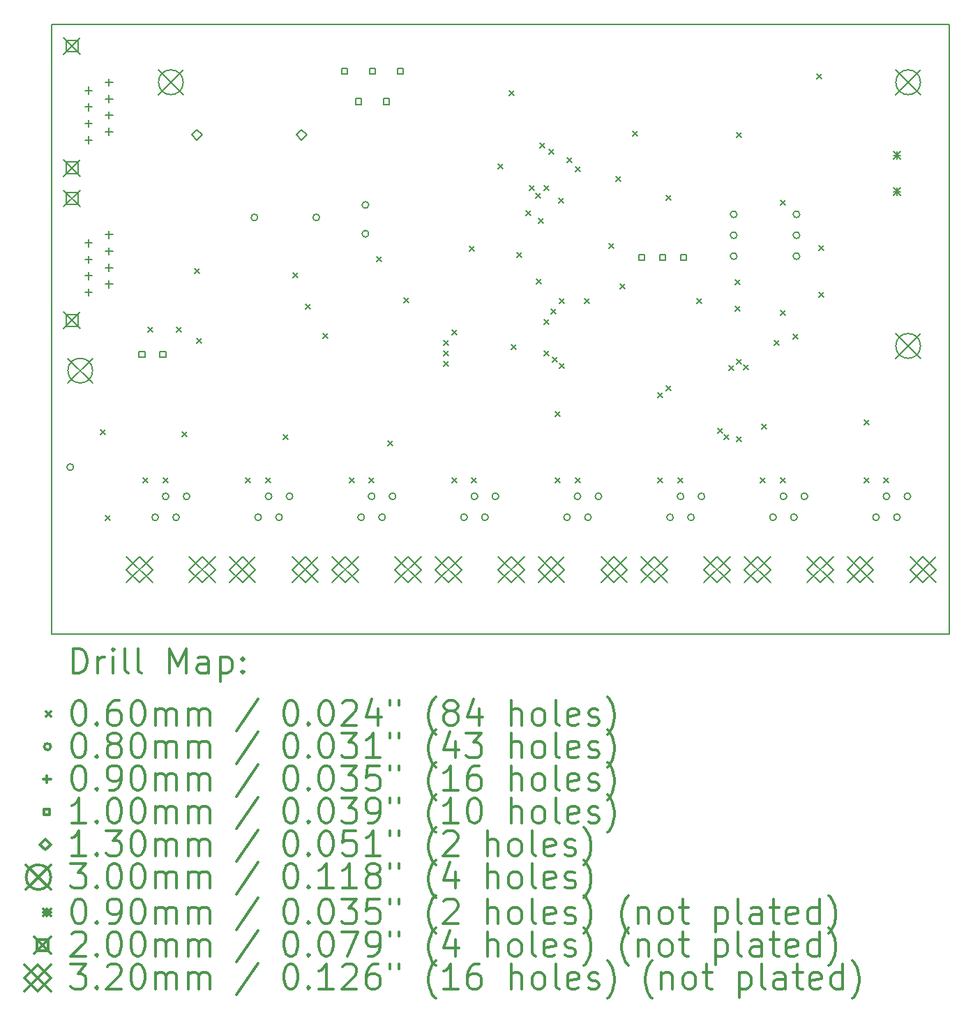
<source format=gbr>
%FSLAX45Y45*%
G04 Gerber Fmt 4.5, Leading zero omitted, Abs format (unit mm)*
G04 Created by KiCad (PCBNEW 4.0.7) date Wed Jul  4 11:15:57 2018*
%MOMM*%
%LPD*%
G01*
G04 APERTURE LIST*
%ADD10C,0.127000*%
%ADD11C,0.150000*%
%ADD12C,0.200000*%
%ADD13C,0.300000*%
G04 APERTURE END LIST*
D10*
D11*
X13400000Y-14000000D02*
X13400000Y-6600000D01*
X2500000Y-6600000D02*
X2500000Y-14000000D01*
X2500000Y-6600000D02*
X13400000Y-6600000D01*
X13300000Y-14000000D02*
X13400000Y-14000000D01*
X2500000Y-14000000D02*
X13300000Y-14000000D01*
D12*
X3094200Y-11514300D02*
X3154200Y-11574300D01*
X3154200Y-11514300D02*
X3094200Y-11574300D01*
X3157700Y-12555700D02*
X3217700Y-12615700D01*
X3217700Y-12555700D02*
X3157700Y-12615700D01*
X3614900Y-12098500D02*
X3674900Y-12158500D01*
X3674900Y-12098500D02*
X3614900Y-12158500D01*
X3670000Y-10270000D02*
X3730000Y-10330000D01*
X3730000Y-10270000D02*
X3670000Y-10330000D01*
X3856200Y-12098500D02*
X3916200Y-12158500D01*
X3916200Y-12098500D02*
X3856200Y-12158500D01*
X4021300Y-10270000D02*
X4081300Y-10330000D01*
X4081300Y-10270000D02*
X4021300Y-10330000D01*
X4084800Y-11539700D02*
X4144800Y-11599700D01*
X4144800Y-11539700D02*
X4084800Y-11599700D01*
X4237200Y-9558500D02*
X4297200Y-9618500D01*
X4297200Y-9558500D02*
X4237200Y-9618500D01*
X4262600Y-10409400D02*
X4322600Y-10469400D01*
X4322600Y-10409400D02*
X4262600Y-10469400D01*
X4859500Y-12098500D02*
X4919500Y-12158500D01*
X4919500Y-12098500D02*
X4859500Y-12158500D01*
X5100800Y-12098500D02*
X5160800Y-12158500D01*
X5160800Y-12098500D02*
X5100800Y-12158500D01*
X5316700Y-11577800D02*
X5376700Y-11637800D01*
X5376700Y-11577800D02*
X5316700Y-11637800D01*
X5431000Y-9609300D02*
X5491000Y-9669300D01*
X5491000Y-9609300D02*
X5431000Y-9669300D01*
X5583400Y-9990300D02*
X5643400Y-10050300D01*
X5643400Y-9990300D02*
X5583400Y-10050300D01*
X5799300Y-10345900D02*
X5859300Y-10405900D01*
X5859300Y-10345900D02*
X5799300Y-10405900D01*
X6116800Y-12098500D02*
X6176800Y-12158500D01*
X6176800Y-12098500D02*
X6116800Y-12158500D01*
X6358100Y-12098500D02*
X6418100Y-12158500D01*
X6418100Y-12098500D02*
X6358100Y-12158500D01*
X6447000Y-9418800D02*
X6507000Y-9478800D01*
X6507000Y-9418800D02*
X6447000Y-9478800D01*
X6586700Y-11654000D02*
X6646700Y-11714000D01*
X6646700Y-11654000D02*
X6586700Y-11714000D01*
X6777200Y-9914100D02*
X6837200Y-9974100D01*
X6837200Y-9914100D02*
X6777200Y-9974100D01*
X7259800Y-10434800D02*
X7319800Y-10494800D01*
X7319800Y-10434800D02*
X7259800Y-10494800D01*
X7259800Y-10561800D02*
X7319800Y-10621800D01*
X7319800Y-10561800D02*
X7259800Y-10621800D01*
X7259800Y-10688800D02*
X7319800Y-10748800D01*
X7319800Y-10688800D02*
X7259800Y-10748800D01*
X7361400Y-10307800D02*
X7421400Y-10367800D01*
X7421400Y-10307800D02*
X7361400Y-10367800D01*
X7361400Y-12098500D02*
X7421400Y-12158500D01*
X7421400Y-12098500D02*
X7361400Y-12158500D01*
X7577300Y-9291800D02*
X7637300Y-9351800D01*
X7637300Y-9291800D02*
X7577300Y-9351800D01*
X7602700Y-12098500D02*
X7662700Y-12158500D01*
X7662700Y-12098500D02*
X7602700Y-12158500D01*
X7920200Y-8288500D02*
X7980200Y-8348500D01*
X7980200Y-8288500D02*
X7920200Y-8348500D01*
X8059900Y-7399500D02*
X8119900Y-7459500D01*
X8119900Y-7399500D02*
X8059900Y-7459500D01*
X8085300Y-10485600D02*
X8145300Y-10545600D01*
X8145300Y-10485600D02*
X8085300Y-10545600D01*
X8148800Y-9368000D02*
X8208800Y-9428000D01*
X8208800Y-9368000D02*
X8148800Y-9428000D01*
X8263100Y-8860000D02*
X8323100Y-8920000D01*
X8323100Y-8860000D02*
X8263100Y-8920000D01*
X8301200Y-8555200D02*
X8361200Y-8615200D01*
X8361200Y-8555200D02*
X8301200Y-8615200D01*
X8377400Y-8644100D02*
X8437400Y-8704100D01*
X8437400Y-8644100D02*
X8377400Y-8704100D01*
X8390100Y-9685500D02*
X8450100Y-9745500D01*
X8450100Y-9685500D02*
X8390100Y-9745500D01*
X8415500Y-8948900D02*
X8475500Y-9008900D01*
X8475500Y-8948900D02*
X8415500Y-9008900D01*
X8428200Y-8034500D02*
X8488200Y-8094500D01*
X8488200Y-8034500D02*
X8428200Y-8094500D01*
X8479000Y-8555200D02*
X8539000Y-8615200D01*
X8539000Y-8555200D02*
X8479000Y-8615200D01*
X8479000Y-10180800D02*
X8539000Y-10240800D01*
X8539000Y-10180800D02*
X8479000Y-10240800D01*
X8479000Y-10561800D02*
X8539000Y-10621800D01*
X8539000Y-10561800D02*
X8479000Y-10621800D01*
X8542500Y-8110700D02*
X8602500Y-8170700D01*
X8602500Y-8110700D02*
X8542500Y-8170700D01*
X8567900Y-10053800D02*
X8627900Y-10113800D01*
X8627900Y-10053800D02*
X8567900Y-10113800D01*
X8580600Y-10638000D02*
X8640600Y-10698000D01*
X8640600Y-10638000D02*
X8580600Y-10698000D01*
X8618700Y-11298400D02*
X8678700Y-11358400D01*
X8678700Y-11298400D02*
X8618700Y-11358400D01*
X8618700Y-12098500D02*
X8678700Y-12158500D01*
X8678700Y-12098500D02*
X8618700Y-12158500D01*
X8656800Y-8707600D02*
X8716800Y-8767600D01*
X8716800Y-8707600D02*
X8656800Y-8767600D01*
X8669500Y-9926800D02*
X8729500Y-9986800D01*
X8729500Y-9926800D02*
X8669500Y-9986800D01*
X8669500Y-10714200D02*
X8729500Y-10774200D01*
X8729500Y-10714200D02*
X8669500Y-10774200D01*
X8758400Y-8212300D02*
X8818400Y-8272300D01*
X8818400Y-8212300D02*
X8758400Y-8272300D01*
X8860000Y-8326600D02*
X8920000Y-8386600D01*
X8920000Y-8326600D02*
X8860000Y-8386600D01*
X8860000Y-12098500D02*
X8920000Y-12158500D01*
X8920000Y-12098500D02*
X8860000Y-12158500D01*
X8974300Y-9926800D02*
X9034300Y-9986800D01*
X9034300Y-9926800D02*
X8974300Y-9986800D01*
X9266400Y-9259050D02*
X9326400Y-9319050D01*
X9326400Y-9259050D02*
X9266400Y-9319050D01*
X9355300Y-8440900D02*
X9415300Y-8500900D01*
X9415300Y-8440900D02*
X9355300Y-8500900D01*
X9406100Y-9749000D02*
X9466100Y-9809000D01*
X9466100Y-9749000D02*
X9406100Y-9809000D01*
X9558500Y-7894800D02*
X9618500Y-7954800D01*
X9618500Y-7894800D02*
X9558500Y-7954800D01*
X9863300Y-11069800D02*
X9923300Y-11129800D01*
X9923300Y-11069800D02*
X9863300Y-11129800D01*
X9863300Y-12098500D02*
X9923300Y-12158500D01*
X9923300Y-12098500D02*
X9863300Y-12158500D01*
X9964900Y-8669500D02*
X10024900Y-8729500D01*
X10024900Y-8669500D02*
X9964900Y-8729500D01*
X9964900Y-10980900D02*
X10024900Y-11040900D01*
X10024900Y-10980900D02*
X9964900Y-11040900D01*
X10104600Y-12098500D02*
X10164600Y-12158500D01*
X10164600Y-12098500D02*
X10104600Y-12158500D01*
X10333200Y-9926800D02*
X10393200Y-9986800D01*
X10393200Y-9926800D02*
X10333200Y-9986800D01*
X10587200Y-11501600D02*
X10647200Y-11561600D01*
X10647200Y-11501600D02*
X10587200Y-11561600D01*
X10663400Y-11577800D02*
X10723400Y-11637800D01*
X10723400Y-11577800D02*
X10663400Y-11637800D01*
X10726900Y-10739600D02*
X10786900Y-10799600D01*
X10786900Y-10739600D02*
X10726900Y-10799600D01*
X10803100Y-9698200D02*
X10863100Y-9758200D01*
X10863100Y-9698200D02*
X10803100Y-9758200D01*
X10803100Y-10015700D02*
X10863100Y-10075700D01*
X10863100Y-10015700D02*
X10803100Y-10075700D01*
X10815800Y-7907500D02*
X10875800Y-7967500D01*
X10875800Y-7907500D02*
X10815800Y-7967500D01*
X10815800Y-10663400D02*
X10875800Y-10723400D01*
X10875800Y-10663400D02*
X10815800Y-10723400D01*
X10815800Y-11603200D02*
X10875800Y-11663200D01*
X10875800Y-11603200D02*
X10815800Y-11663200D01*
X10904700Y-10726900D02*
X10964700Y-10786900D01*
X10964700Y-10726900D02*
X10904700Y-10786900D01*
X11107900Y-12098500D02*
X11167900Y-12158500D01*
X11167900Y-12098500D02*
X11107900Y-12158500D01*
X11120600Y-11450800D02*
X11180600Y-11510800D01*
X11180600Y-11450800D02*
X11120600Y-11510800D01*
X11273000Y-10434800D02*
X11333000Y-10494800D01*
X11333000Y-10434800D02*
X11273000Y-10494800D01*
X11349200Y-8733000D02*
X11409200Y-8793000D01*
X11409200Y-8733000D02*
X11349200Y-8793000D01*
X11349200Y-10066500D02*
X11409200Y-10126500D01*
X11409200Y-10066500D02*
X11349200Y-10126500D01*
X11349200Y-12098500D02*
X11409200Y-12158500D01*
X11409200Y-12098500D02*
X11349200Y-12158500D01*
X11501600Y-10358600D02*
X11561600Y-10418600D01*
X11561600Y-10358600D02*
X11501600Y-10418600D01*
X11793700Y-7196300D02*
X11853700Y-7256300D01*
X11853700Y-7196300D02*
X11793700Y-7256300D01*
X11819100Y-9279100D02*
X11879100Y-9339100D01*
X11879100Y-9279100D02*
X11819100Y-9339100D01*
X11819100Y-9850600D02*
X11879100Y-9910600D01*
X11879100Y-9850600D02*
X11819100Y-9910600D01*
X12365200Y-11400000D02*
X12425200Y-11460000D01*
X12425200Y-11400000D02*
X12365200Y-11460000D01*
X12365200Y-12098500D02*
X12425200Y-12158500D01*
X12425200Y-12098500D02*
X12365200Y-12158500D01*
X12606500Y-12098500D02*
X12666500Y-12158500D01*
X12666500Y-12098500D02*
X12606500Y-12158500D01*
X2769100Y-11970900D02*
G75*
G03X2769100Y-11970900I-40000J0D01*
G01*
X3799500Y-12580000D02*
G75*
G03X3799500Y-12580000I-40000J0D01*
G01*
X3926500Y-12326000D02*
G75*
G03X3926500Y-12326000I-40000J0D01*
G01*
X4053500Y-12580000D02*
G75*
G03X4053500Y-12580000I-40000J0D01*
G01*
X4180500Y-12326000D02*
G75*
G03X4180500Y-12326000I-40000J0D01*
G01*
X5005000Y-8940800D02*
G75*
G03X5005000Y-8940800I-40000J0D01*
G01*
X5049500Y-12580000D02*
G75*
G03X5049500Y-12580000I-40000J0D01*
G01*
X5176500Y-12326000D02*
G75*
G03X5176500Y-12326000I-40000J0D01*
G01*
X5303500Y-12580000D02*
G75*
G03X5303500Y-12580000I-40000J0D01*
G01*
X5430500Y-12326000D02*
G75*
G03X5430500Y-12326000I-40000J0D01*
G01*
X5755000Y-8940800D02*
G75*
G03X5755000Y-8940800I-40000J0D01*
G01*
X6299500Y-12580000D02*
G75*
G03X6299500Y-12580000I-40000J0D01*
G01*
X6351900Y-8788400D02*
G75*
G03X6351900Y-8788400I-40000J0D01*
G01*
X6351900Y-9138400D02*
G75*
G03X6351900Y-9138400I-40000J0D01*
G01*
X6426500Y-12326000D02*
G75*
G03X6426500Y-12326000I-40000J0D01*
G01*
X6553500Y-12580000D02*
G75*
G03X6553500Y-12580000I-40000J0D01*
G01*
X6680500Y-12326000D02*
G75*
G03X6680500Y-12326000I-40000J0D01*
G01*
X7549500Y-12580000D02*
G75*
G03X7549500Y-12580000I-40000J0D01*
G01*
X7676500Y-12326000D02*
G75*
G03X7676500Y-12326000I-40000J0D01*
G01*
X7803500Y-12580000D02*
G75*
G03X7803500Y-12580000I-40000J0D01*
G01*
X7930500Y-12326000D02*
G75*
G03X7930500Y-12326000I-40000J0D01*
G01*
X8799500Y-12580000D02*
G75*
G03X8799500Y-12580000I-40000J0D01*
G01*
X8926500Y-12326000D02*
G75*
G03X8926500Y-12326000I-40000J0D01*
G01*
X9053500Y-12580000D02*
G75*
G03X9053500Y-12580000I-40000J0D01*
G01*
X9180500Y-12326000D02*
G75*
G03X9180500Y-12326000I-40000J0D01*
G01*
X10049500Y-12580000D02*
G75*
G03X10049500Y-12580000I-40000J0D01*
G01*
X10176500Y-12326000D02*
G75*
G03X10176500Y-12326000I-40000J0D01*
G01*
X10303500Y-12580000D02*
G75*
G03X10303500Y-12580000I-40000J0D01*
G01*
X10430500Y-12326000D02*
G75*
G03X10430500Y-12326000I-40000J0D01*
G01*
X10822300Y-8902700D02*
G75*
G03X10822300Y-8902700I-40000J0D01*
G01*
X10822300Y-9156700D02*
G75*
G03X10822300Y-9156700I-40000J0D01*
G01*
X10822300Y-9410700D02*
G75*
G03X10822300Y-9410700I-40000J0D01*
G01*
X11299500Y-12580000D02*
G75*
G03X11299500Y-12580000I-40000J0D01*
G01*
X11426500Y-12326000D02*
G75*
G03X11426500Y-12326000I-40000J0D01*
G01*
X11553500Y-12580000D02*
G75*
G03X11553500Y-12580000I-40000J0D01*
G01*
X11584300Y-8902700D02*
G75*
G03X11584300Y-8902700I-40000J0D01*
G01*
X11584300Y-9156700D02*
G75*
G03X11584300Y-9156700I-40000J0D01*
G01*
X11584300Y-9410700D02*
G75*
G03X11584300Y-9410700I-40000J0D01*
G01*
X11680500Y-12326000D02*
G75*
G03X11680500Y-12326000I-40000J0D01*
G01*
X12549500Y-12580000D02*
G75*
G03X12549500Y-12580000I-40000J0D01*
G01*
X12676500Y-12326000D02*
G75*
G03X12676500Y-12326000I-40000J0D01*
G01*
X12803500Y-12580000D02*
G75*
G03X12803500Y-12580000I-40000J0D01*
G01*
X12930500Y-12326000D02*
G75*
G03X12930500Y-12326000I-40000J0D01*
G01*
X2950000Y-7355000D02*
X2950000Y-7445000D01*
X2905000Y-7400000D02*
X2995000Y-7400000D01*
X2950000Y-7555000D02*
X2950000Y-7645000D01*
X2905000Y-7600000D02*
X2995000Y-7600000D01*
X2950000Y-7755000D02*
X2950000Y-7845000D01*
X2905000Y-7800000D02*
X2995000Y-7800000D01*
X2950000Y-7955000D02*
X2950000Y-8045000D01*
X2905000Y-8000000D02*
X2995000Y-8000000D01*
X2950000Y-9205000D02*
X2950000Y-9295000D01*
X2905000Y-9250000D02*
X2995000Y-9250000D01*
X2950000Y-9405000D02*
X2950000Y-9495000D01*
X2905000Y-9450000D02*
X2995000Y-9450000D01*
X2950000Y-9605000D02*
X2950000Y-9695000D01*
X2905000Y-9650000D02*
X2995000Y-9650000D01*
X2950000Y-9805000D02*
X2950000Y-9895000D01*
X2905000Y-9850000D02*
X2995000Y-9850000D01*
X3200000Y-7255000D02*
X3200000Y-7345000D01*
X3155000Y-7300000D02*
X3245000Y-7300000D01*
X3200000Y-7455000D02*
X3200000Y-7545000D01*
X3155000Y-7500000D02*
X3245000Y-7500000D01*
X3200000Y-7655000D02*
X3200000Y-7745000D01*
X3155000Y-7700000D02*
X3245000Y-7700000D01*
X3200000Y-7855000D02*
X3200000Y-7945000D01*
X3155000Y-7900000D02*
X3245000Y-7900000D01*
X3200000Y-9105000D02*
X3200000Y-9195000D01*
X3155000Y-9150000D02*
X3245000Y-9150000D01*
X3200000Y-9305000D02*
X3200000Y-9395000D01*
X3155000Y-9350000D02*
X3245000Y-9350000D01*
X3200000Y-9505000D02*
X3200000Y-9595000D01*
X3155000Y-9550000D02*
X3245000Y-9550000D01*
X3200000Y-9705000D02*
X3200000Y-9795000D01*
X3155000Y-9750000D02*
X3245000Y-9750000D01*
X3635356Y-10635356D02*
X3635356Y-10564644D01*
X3564644Y-10564644D01*
X3564644Y-10635356D01*
X3635356Y-10635356D01*
X3889356Y-10635356D02*
X3889356Y-10564644D01*
X3818644Y-10564644D01*
X3818644Y-10635356D01*
X3889356Y-10635356D01*
X6093256Y-7198156D02*
X6093256Y-7127444D01*
X6022544Y-7127444D01*
X6022544Y-7198156D01*
X6093256Y-7198156D01*
X6263256Y-7568156D02*
X6263256Y-7497444D01*
X6192544Y-7497444D01*
X6192544Y-7568156D01*
X6263256Y-7568156D01*
X6433256Y-7198156D02*
X6433256Y-7127444D01*
X6362544Y-7127444D01*
X6362544Y-7198156D01*
X6433256Y-7198156D01*
X6603256Y-7568156D02*
X6603256Y-7497444D01*
X6532544Y-7497444D01*
X6532544Y-7568156D01*
X6603256Y-7568156D01*
X6773256Y-7198156D02*
X6773256Y-7127444D01*
X6702544Y-7127444D01*
X6702544Y-7198156D01*
X6773256Y-7198156D01*
X9700056Y-9458756D02*
X9700056Y-9388044D01*
X9629344Y-9388044D01*
X9629344Y-9458756D01*
X9700056Y-9458756D01*
X9954056Y-9458756D02*
X9954056Y-9388044D01*
X9883344Y-9388044D01*
X9883344Y-9458756D01*
X9954056Y-9458756D01*
X10208056Y-9458756D02*
X10208056Y-9388044D01*
X10137344Y-9388044D01*
X10137344Y-9458756D01*
X10208056Y-9458756D01*
X4267200Y-8002500D02*
X4332200Y-7937500D01*
X4267200Y-7872500D01*
X4202200Y-7937500D01*
X4267200Y-8002500D01*
X5537200Y-8002500D02*
X5602200Y-7937500D01*
X5537200Y-7872500D01*
X5472200Y-7937500D01*
X5537200Y-8002500D01*
X2700000Y-10650000D02*
X3000000Y-10950000D01*
X3000000Y-10650000D02*
X2700000Y-10950000D01*
X3000000Y-10800000D02*
G75*
G03X3000000Y-10800000I-150000J0D01*
G01*
X3800000Y-7150000D02*
X4100000Y-7450000D01*
X4100000Y-7150000D02*
X3800000Y-7450000D01*
X4100000Y-7300000D02*
G75*
G03X4100000Y-7300000I-150000J0D01*
G01*
X12750000Y-7150000D02*
X13050000Y-7450000D01*
X13050000Y-7150000D02*
X12750000Y-7450000D01*
X13050000Y-7300000D02*
G75*
G03X13050000Y-7300000I-150000J0D01*
G01*
X12750000Y-10350000D02*
X13050000Y-10650000D01*
X13050000Y-10350000D02*
X12750000Y-10650000D01*
X13050000Y-10500000D02*
G75*
G03X13050000Y-10500000I-150000J0D01*
G01*
X12718900Y-8142400D02*
X12808900Y-8232400D01*
X12808900Y-8142400D02*
X12718900Y-8232400D01*
X12763900Y-8142400D02*
X12763900Y-8232400D01*
X12718900Y-8187400D02*
X12808900Y-8187400D01*
X12718900Y-8582400D02*
X12808900Y-8672400D01*
X12808900Y-8582400D02*
X12718900Y-8672400D01*
X12763900Y-8582400D02*
X12763900Y-8672400D01*
X12718900Y-8627400D02*
X12808900Y-8627400D01*
X2650000Y-6760000D02*
X2850000Y-6960000D01*
X2850000Y-6760000D02*
X2650000Y-6960000D01*
X2820711Y-6930711D02*
X2820711Y-6789289D01*
X2679289Y-6789289D01*
X2679289Y-6930711D01*
X2820711Y-6930711D01*
X2650000Y-8240000D02*
X2850000Y-8440000D01*
X2850000Y-8240000D02*
X2650000Y-8440000D01*
X2820711Y-8410711D02*
X2820711Y-8269289D01*
X2679289Y-8269289D01*
X2679289Y-8410711D01*
X2820711Y-8410711D01*
X2650000Y-8610000D02*
X2850000Y-8810000D01*
X2850000Y-8610000D02*
X2650000Y-8810000D01*
X2820711Y-8780711D02*
X2820711Y-8639289D01*
X2679289Y-8639289D01*
X2679289Y-8780711D01*
X2820711Y-8780711D01*
X2650000Y-10090000D02*
X2850000Y-10290000D01*
X2850000Y-10090000D02*
X2650000Y-10290000D01*
X2820711Y-10260711D02*
X2820711Y-10119289D01*
X2679289Y-10119289D01*
X2679289Y-10260711D01*
X2820711Y-10260711D01*
X3409000Y-13055000D02*
X3729000Y-13375000D01*
X3729000Y-13055000D02*
X3409000Y-13375000D01*
X3569000Y-13375000D02*
X3729000Y-13215000D01*
X3569000Y-13055000D01*
X3409000Y-13215000D01*
X3569000Y-13375000D01*
X4171000Y-13055000D02*
X4491000Y-13375000D01*
X4491000Y-13055000D02*
X4171000Y-13375000D01*
X4331000Y-13375000D02*
X4491000Y-13215000D01*
X4331000Y-13055000D01*
X4171000Y-13215000D01*
X4331000Y-13375000D01*
X4659000Y-13055000D02*
X4979000Y-13375000D01*
X4979000Y-13055000D02*
X4659000Y-13375000D01*
X4819000Y-13375000D02*
X4979000Y-13215000D01*
X4819000Y-13055000D01*
X4659000Y-13215000D01*
X4819000Y-13375000D01*
X5421000Y-13055000D02*
X5741000Y-13375000D01*
X5741000Y-13055000D02*
X5421000Y-13375000D01*
X5581000Y-13375000D02*
X5741000Y-13215000D01*
X5581000Y-13055000D01*
X5421000Y-13215000D01*
X5581000Y-13375000D01*
X5909000Y-13055000D02*
X6229000Y-13375000D01*
X6229000Y-13055000D02*
X5909000Y-13375000D01*
X6069000Y-13375000D02*
X6229000Y-13215000D01*
X6069000Y-13055000D01*
X5909000Y-13215000D01*
X6069000Y-13375000D01*
X6671000Y-13055000D02*
X6991000Y-13375000D01*
X6991000Y-13055000D02*
X6671000Y-13375000D01*
X6831000Y-13375000D02*
X6991000Y-13215000D01*
X6831000Y-13055000D01*
X6671000Y-13215000D01*
X6831000Y-13375000D01*
X7159000Y-13055000D02*
X7479000Y-13375000D01*
X7479000Y-13055000D02*
X7159000Y-13375000D01*
X7319000Y-13375000D02*
X7479000Y-13215000D01*
X7319000Y-13055000D01*
X7159000Y-13215000D01*
X7319000Y-13375000D01*
X7921000Y-13055000D02*
X8241000Y-13375000D01*
X8241000Y-13055000D02*
X7921000Y-13375000D01*
X8081000Y-13375000D02*
X8241000Y-13215000D01*
X8081000Y-13055000D01*
X7921000Y-13215000D01*
X8081000Y-13375000D01*
X8409000Y-13055000D02*
X8729000Y-13375000D01*
X8729000Y-13055000D02*
X8409000Y-13375000D01*
X8569000Y-13375000D02*
X8729000Y-13215000D01*
X8569000Y-13055000D01*
X8409000Y-13215000D01*
X8569000Y-13375000D01*
X9171000Y-13055000D02*
X9491000Y-13375000D01*
X9491000Y-13055000D02*
X9171000Y-13375000D01*
X9331000Y-13375000D02*
X9491000Y-13215000D01*
X9331000Y-13055000D01*
X9171000Y-13215000D01*
X9331000Y-13375000D01*
X9659000Y-13055000D02*
X9979000Y-13375000D01*
X9979000Y-13055000D02*
X9659000Y-13375000D01*
X9819000Y-13375000D02*
X9979000Y-13215000D01*
X9819000Y-13055000D01*
X9659000Y-13215000D01*
X9819000Y-13375000D01*
X10421000Y-13055000D02*
X10741000Y-13375000D01*
X10741000Y-13055000D02*
X10421000Y-13375000D01*
X10581000Y-13375000D02*
X10741000Y-13215000D01*
X10581000Y-13055000D01*
X10421000Y-13215000D01*
X10581000Y-13375000D01*
X10909000Y-13055000D02*
X11229000Y-13375000D01*
X11229000Y-13055000D02*
X10909000Y-13375000D01*
X11069000Y-13375000D02*
X11229000Y-13215000D01*
X11069000Y-13055000D01*
X10909000Y-13215000D01*
X11069000Y-13375000D01*
X11671000Y-13055000D02*
X11991000Y-13375000D01*
X11991000Y-13055000D02*
X11671000Y-13375000D01*
X11831000Y-13375000D02*
X11991000Y-13215000D01*
X11831000Y-13055000D01*
X11671000Y-13215000D01*
X11831000Y-13375000D01*
X12159000Y-13055000D02*
X12479000Y-13375000D01*
X12479000Y-13055000D02*
X12159000Y-13375000D01*
X12319000Y-13375000D02*
X12479000Y-13215000D01*
X12319000Y-13055000D01*
X12159000Y-13215000D01*
X12319000Y-13375000D01*
X12921000Y-13055000D02*
X13241000Y-13375000D01*
X13241000Y-13055000D02*
X12921000Y-13375000D01*
X13081000Y-13375000D02*
X13241000Y-13215000D01*
X13081000Y-13055000D01*
X12921000Y-13215000D01*
X13081000Y-13375000D01*
D13*
X2763929Y-14473214D02*
X2763929Y-14173214D01*
X2835357Y-14173214D01*
X2878214Y-14187500D01*
X2906786Y-14216071D01*
X2921071Y-14244643D01*
X2935357Y-14301786D01*
X2935357Y-14344643D01*
X2921071Y-14401786D01*
X2906786Y-14430357D01*
X2878214Y-14458929D01*
X2835357Y-14473214D01*
X2763929Y-14473214D01*
X3063928Y-14473214D02*
X3063928Y-14273214D01*
X3063928Y-14330357D02*
X3078214Y-14301786D01*
X3092500Y-14287500D01*
X3121071Y-14273214D01*
X3149643Y-14273214D01*
X3249643Y-14473214D02*
X3249643Y-14273214D01*
X3249643Y-14173214D02*
X3235357Y-14187500D01*
X3249643Y-14201786D01*
X3263928Y-14187500D01*
X3249643Y-14173214D01*
X3249643Y-14201786D01*
X3435357Y-14473214D02*
X3406786Y-14458929D01*
X3392500Y-14430357D01*
X3392500Y-14173214D01*
X3592500Y-14473214D02*
X3563928Y-14458929D01*
X3549643Y-14430357D01*
X3549643Y-14173214D01*
X3935357Y-14473214D02*
X3935357Y-14173214D01*
X4035357Y-14387500D01*
X4135357Y-14173214D01*
X4135357Y-14473214D01*
X4406786Y-14473214D02*
X4406786Y-14316071D01*
X4392500Y-14287500D01*
X4363929Y-14273214D01*
X4306786Y-14273214D01*
X4278214Y-14287500D01*
X4406786Y-14458929D02*
X4378214Y-14473214D01*
X4306786Y-14473214D01*
X4278214Y-14458929D01*
X4263929Y-14430357D01*
X4263929Y-14401786D01*
X4278214Y-14373214D01*
X4306786Y-14358929D01*
X4378214Y-14358929D01*
X4406786Y-14344643D01*
X4549643Y-14273214D02*
X4549643Y-14573214D01*
X4549643Y-14287500D02*
X4578214Y-14273214D01*
X4635357Y-14273214D01*
X4663929Y-14287500D01*
X4678214Y-14301786D01*
X4692500Y-14330357D01*
X4692500Y-14416071D01*
X4678214Y-14444643D01*
X4663929Y-14458929D01*
X4635357Y-14473214D01*
X4578214Y-14473214D01*
X4549643Y-14458929D01*
X4821071Y-14444643D02*
X4835357Y-14458929D01*
X4821071Y-14473214D01*
X4806786Y-14458929D01*
X4821071Y-14444643D01*
X4821071Y-14473214D01*
X4821071Y-14287500D02*
X4835357Y-14301786D01*
X4821071Y-14316071D01*
X4806786Y-14301786D01*
X4821071Y-14287500D01*
X4821071Y-14316071D01*
X2432500Y-14937500D02*
X2492500Y-14997500D01*
X2492500Y-14937500D02*
X2432500Y-14997500D01*
X2821071Y-14803214D02*
X2849643Y-14803214D01*
X2878214Y-14817500D01*
X2892500Y-14831786D01*
X2906786Y-14860357D01*
X2921071Y-14917500D01*
X2921071Y-14988929D01*
X2906786Y-15046071D01*
X2892500Y-15074643D01*
X2878214Y-15088929D01*
X2849643Y-15103214D01*
X2821071Y-15103214D01*
X2792500Y-15088929D01*
X2778214Y-15074643D01*
X2763929Y-15046071D01*
X2749643Y-14988929D01*
X2749643Y-14917500D01*
X2763929Y-14860357D01*
X2778214Y-14831786D01*
X2792500Y-14817500D01*
X2821071Y-14803214D01*
X3049643Y-15074643D02*
X3063928Y-15088929D01*
X3049643Y-15103214D01*
X3035357Y-15088929D01*
X3049643Y-15074643D01*
X3049643Y-15103214D01*
X3321071Y-14803214D02*
X3263928Y-14803214D01*
X3235357Y-14817500D01*
X3221071Y-14831786D01*
X3192500Y-14874643D01*
X3178214Y-14931786D01*
X3178214Y-15046071D01*
X3192500Y-15074643D01*
X3206786Y-15088929D01*
X3235357Y-15103214D01*
X3292500Y-15103214D01*
X3321071Y-15088929D01*
X3335357Y-15074643D01*
X3349643Y-15046071D01*
X3349643Y-14974643D01*
X3335357Y-14946071D01*
X3321071Y-14931786D01*
X3292500Y-14917500D01*
X3235357Y-14917500D01*
X3206786Y-14931786D01*
X3192500Y-14946071D01*
X3178214Y-14974643D01*
X3535357Y-14803214D02*
X3563928Y-14803214D01*
X3592500Y-14817500D01*
X3606786Y-14831786D01*
X3621071Y-14860357D01*
X3635357Y-14917500D01*
X3635357Y-14988929D01*
X3621071Y-15046071D01*
X3606786Y-15074643D01*
X3592500Y-15088929D01*
X3563928Y-15103214D01*
X3535357Y-15103214D01*
X3506786Y-15088929D01*
X3492500Y-15074643D01*
X3478214Y-15046071D01*
X3463928Y-14988929D01*
X3463928Y-14917500D01*
X3478214Y-14860357D01*
X3492500Y-14831786D01*
X3506786Y-14817500D01*
X3535357Y-14803214D01*
X3763928Y-15103214D02*
X3763928Y-14903214D01*
X3763928Y-14931786D02*
X3778214Y-14917500D01*
X3806786Y-14903214D01*
X3849643Y-14903214D01*
X3878214Y-14917500D01*
X3892500Y-14946071D01*
X3892500Y-15103214D01*
X3892500Y-14946071D02*
X3906786Y-14917500D01*
X3935357Y-14903214D01*
X3978214Y-14903214D01*
X4006786Y-14917500D01*
X4021071Y-14946071D01*
X4021071Y-15103214D01*
X4163928Y-15103214D02*
X4163928Y-14903214D01*
X4163928Y-14931786D02*
X4178214Y-14917500D01*
X4206786Y-14903214D01*
X4249643Y-14903214D01*
X4278214Y-14917500D01*
X4292500Y-14946071D01*
X4292500Y-15103214D01*
X4292500Y-14946071D02*
X4306786Y-14917500D01*
X4335357Y-14903214D01*
X4378214Y-14903214D01*
X4406786Y-14917500D01*
X4421071Y-14946071D01*
X4421071Y-15103214D01*
X5006786Y-14788929D02*
X4749643Y-15174643D01*
X5392500Y-14803214D02*
X5421071Y-14803214D01*
X5449643Y-14817500D01*
X5463928Y-14831786D01*
X5478214Y-14860357D01*
X5492500Y-14917500D01*
X5492500Y-14988929D01*
X5478214Y-15046071D01*
X5463928Y-15074643D01*
X5449643Y-15088929D01*
X5421071Y-15103214D01*
X5392500Y-15103214D01*
X5363928Y-15088929D01*
X5349643Y-15074643D01*
X5335357Y-15046071D01*
X5321071Y-14988929D01*
X5321071Y-14917500D01*
X5335357Y-14860357D01*
X5349643Y-14831786D01*
X5363928Y-14817500D01*
X5392500Y-14803214D01*
X5621071Y-15074643D02*
X5635357Y-15088929D01*
X5621071Y-15103214D01*
X5606786Y-15088929D01*
X5621071Y-15074643D01*
X5621071Y-15103214D01*
X5821071Y-14803214D02*
X5849643Y-14803214D01*
X5878214Y-14817500D01*
X5892500Y-14831786D01*
X5906785Y-14860357D01*
X5921071Y-14917500D01*
X5921071Y-14988929D01*
X5906785Y-15046071D01*
X5892500Y-15074643D01*
X5878214Y-15088929D01*
X5849643Y-15103214D01*
X5821071Y-15103214D01*
X5792500Y-15088929D01*
X5778214Y-15074643D01*
X5763928Y-15046071D01*
X5749643Y-14988929D01*
X5749643Y-14917500D01*
X5763928Y-14860357D01*
X5778214Y-14831786D01*
X5792500Y-14817500D01*
X5821071Y-14803214D01*
X6035357Y-14831786D02*
X6049643Y-14817500D01*
X6078214Y-14803214D01*
X6149643Y-14803214D01*
X6178214Y-14817500D01*
X6192500Y-14831786D01*
X6206785Y-14860357D01*
X6206785Y-14888929D01*
X6192500Y-14931786D01*
X6021071Y-15103214D01*
X6206785Y-15103214D01*
X6463928Y-14903214D02*
X6463928Y-15103214D01*
X6392500Y-14788929D02*
X6321071Y-15003214D01*
X6506785Y-15003214D01*
X6606786Y-14803214D02*
X6606786Y-14860357D01*
X6721071Y-14803214D02*
X6721071Y-14860357D01*
X7163928Y-15217500D02*
X7149643Y-15203214D01*
X7121071Y-15160357D01*
X7106785Y-15131786D01*
X7092500Y-15088929D01*
X7078214Y-15017500D01*
X7078214Y-14960357D01*
X7092500Y-14888929D01*
X7106785Y-14846071D01*
X7121071Y-14817500D01*
X7149643Y-14774643D01*
X7163928Y-14760357D01*
X7321071Y-14931786D02*
X7292500Y-14917500D01*
X7278214Y-14903214D01*
X7263928Y-14874643D01*
X7263928Y-14860357D01*
X7278214Y-14831786D01*
X7292500Y-14817500D01*
X7321071Y-14803214D01*
X7378214Y-14803214D01*
X7406785Y-14817500D01*
X7421071Y-14831786D01*
X7435357Y-14860357D01*
X7435357Y-14874643D01*
X7421071Y-14903214D01*
X7406785Y-14917500D01*
X7378214Y-14931786D01*
X7321071Y-14931786D01*
X7292500Y-14946071D01*
X7278214Y-14960357D01*
X7263928Y-14988929D01*
X7263928Y-15046071D01*
X7278214Y-15074643D01*
X7292500Y-15088929D01*
X7321071Y-15103214D01*
X7378214Y-15103214D01*
X7406785Y-15088929D01*
X7421071Y-15074643D01*
X7435357Y-15046071D01*
X7435357Y-14988929D01*
X7421071Y-14960357D01*
X7406785Y-14946071D01*
X7378214Y-14931786D01*
X7692500Y-14903214D02*
X7692500Y-15103214D01*
X7621071Y-14788929D02*
X7549643Y-15003214D01*
X7735357Y-15003214D01*
X8078214Y-15103214D02*
X8078214Y-14803214D01*
X8206785Y-15103214D02*
X8206785Y-14946071D01*
X8192500Y-14917500D01*
X8163928Y-14903214D01*
X8121071Y-14903214D01*
X8092500Y-14917500D01*
X8078214Y-14931786D01*
X8392500Y-15103214D02*
X8363928Y-15088929D01*
X8349643Y-15074643D01*
X8335357Y-15046071D01*
X8335357Y-14960357D01*
X8349643Y-14931786D01*
X8363928Y-14917500D01*
X8392500Y-14903214D01*
X8435357Y-14903214D01*
X8463928Y-14917500D01*
X8478214Y-14931786D01*
X8492500Y-14960357D01*
X8492500Y-15046071D01*
X8478214Y-15074643D01*
X8463928Y-15088929D01*
X8435357Y-15103214D01*
X8392500Y-15103214D01*
X8663928Y-15103214D02*
X8635357Y-15088929D01*
X8621071Y-15060357D01*
X8621071Y-14803214D01*
X8892500Y-15088929D02*
X8863929Y-15103214D01*
X8806786Y-15103214D01*
X8778214Y-15088929D01*
X8763929Y-15060357D01*
X8763929Y-14946071D01*
X8778214Y-14917500D01*
X8806786Y-14903214D01*
X8863929Y-14903214D01*
X8892500Y-14917500D01*
X8906786Y-14946071D01*
X8906786Y-14974643D01*
X8763929Y-15003214D01*
X9021071Y-15088929D02*
X9049643Y-15103214D01*
X9106786Y-15103214D01*
X9135357Y-15088929D01*
X9149643Y-15060357D01*
X9149643Y-15046071D01*
X9135357Y-15017500D01*
X9106786Y-15003214D01*
X9063929Y-15003214D01*
X9035357Y-14988929D01*
X9021071Y-14960357D01*
X9021071Y-14946071D01*
X9035357Y-14917500D01*
X9063929Y-14903214D01*
X9106786Y-14903214D01*
X9135357Y-14917500D01*
X9249643Y-15217500D02*
X9263929Y-15203214D01*
X9292500Y-15160357D01*
X9306786Y-15131786D01*
X9321071Y-15088929D01*
X9335357Y-15017500D01*
X9335357Y-14960357D01*
X9321071Y-14888929D01*
X9306786Y-14846071D01*
X9292500Y-14817500D01*
X9263929Y-14774643D01*
X9249643Y-14760357D01*
X2492500Y-15363500D02*
G75*
G03X2492500Y-15363500I-40000J0D01*
G01*
X2821071Y-15199214D02*
X2849643Y-15199214D01*
X2878214Y-15213500D01*
X2892500Y-15227786D01*
X2906786Y-15256357D01*
X2921071Y-15313500D01*
X2921071Y-15384929D01*
X2906786Y-15442071D01*
X2892500Y-15470643D01*
X2878214Y-15484929D01*
X2849643Y-15499214D01*
X2821071Y-15499214D01*
X2792500Y-15484929D01*
X2778214Y-15470643D01*
X2763929Y-15442071D01*
X2749643Y-15384929D01*
X2749643Y-15313500D01*
X2763929Y-15256357D01*
X2778214Y-15227786D01*
X2792500Y-15213500D01*
X2821071Y-15199214D01*
X3049643Y-15470643D02*
X3063928Y-15484929D01*
X3049643Y-15499214D01*
X3035357Y-15484929D01*
X3049643Y-15470643D01*
X3049643Y-15499214D01*
X3235357Y-15327786D02*
X3206786Y-15313500D01*
X3192500Y-15299214D01*
X3178214Y-15270643D01*
X3178214Y-15256357D01*
X3192500Y-15227786D01*
X3206786Y-15213500D01*
X3235357Y-15199214D01*
X3292500Y-15199214D01*
X3321071Y-15213500D01*
X3335357Y-15227786D01*
X3349643Y-15256357D01*
X3349643Y-15270643D01*
X3335357Y-15299214D01*
X3321071Y-15313500D01*
X3292500Y-15327786D01*
X3235357Y-15327786D01*
X3206786Y-15342071D01*
X3192500Y-15356357D01*
X3178214Y-15384929D01*
X3178214Y-15442071D01*
X3192500Y-15470643D01*
X3206786Y-15484929D01*
X3235357Y-15499214D01*
X3292500Y-15499214D01*
X3321071Y-15484929D01*
X3335357Y-15470643D01*
X3349643Y-15442071D01*
X3349643Y-15384929D01*
X3335357Y-15356357D01*
X3321071Y-15342071D01*
X3292500Y-15327786D01*
X3535357Y-15199214D02*
X3563928Y-15199214D01*
X3592500Y-15213500D01*
X3606786Y-15227786D01*
X3621071Y-15256357D01*
X3635357Y-15313500D01*
X3635357Y-15384929D01*
X3621071Y-15442071D01*
X3606786Y-15470643D01*
X3592500Y-15484929D01*
X3563928Y-15499214D01*
X3535357Y-15499214D01*
X3506786Y-15484929D01*
X3492500Y-15470643D01*
X3478214Y-15442071D01*
X3463928Y-15384929D01*
X3463928Y-15313500D01*
X3478214Y-15256357D01*
X3492500Y-15227786D01*
X3506786Y-15213500D01*
X3535357Y-15199214D01*
X3763928Y-15499214D02*
X3763928Y-15299214D01*
X3763928Y-15327786D02*
X3778214Y-15313500D01*
X3806786Y-15299214D01*
X3849643Y-15299214D01*
X3878214Y-15313500D01*
X3892500Y-15342071D01*
X3892500Y-15499214D01*
X3892500Y-15342071D02*
X3906786Y-15313500D01*
X3935357Y-15299214D01*
X3978214Y-15299214D01*
X4006786Y-15313500D01*
X4021071Y-15342071D01*
X4021071Y-15499214D01*
X4163928Y-15499214D02*
X4163928Y-15299214D01*
X4163928Y-15327786D02*
X4178214Y-15313500D01*
X4206786Y-15299214D01*
X4249643Y-15299214D01*
X4278214Y-15313500D01*
X4292500Y-15342071D01*
X4292500Y-15499214D01*
X4292500Y-15342071D02*
X4306786Y-15313500D01*
X4335357Y-15299214D01*
X4378214Y-15299214D01*
X4406786Y-15313500D01*
X4421071Y-15342071D01*
X4421071Y-15499214D01*
X5006786Y-15184929D02*
X4749643Y-15570643D01*
X5392500Y-15199214D02*
X5421071Y-15199214D01*
X5449643Y-15213500D01*
X5463928Y-15227786D01*
X5478214Y-15256357D01*
X5492500Y-15313500D01*
X5492500Y-15384929D01*
X5478214Y-15442071D01*
X5463928Y-15470643D01*
X5449643Y-15484929D01*
X5421071Y-15499214D01*
X5392500Y-15499214D01*
X5363928Y-15484929D01*
X5349643Y-15470643D01*
X5335357Y-15442071D01*
X5321071Y-15384929D01*
X5321071Y-15313500D01*
X5335357Y-15256357D01*
X5349643Y-15227786D01*
X5363928Y-15213500D01*
X5392500Y-15199214D01*
X5621071Y-15470643D02*
X5635357Y-15484929D01*
X5621071Y-15499214D01*
X5606786Y-15484929D01*
X5621071Y-15470643D01*
X5621071Y-15499214D01*
X5821071Y-15199214D02*
X5849643Y-15199214D01*
X5878214Y-15213500D01*
X5892500Y-15227786D01*
X5906785Y-15256357D01*
X5921071Y-15313500D01*
X5921071Y-15384929D01*
X5906785Y-15442071D01*
X5892500Y-15470643D01*
X5878214Y-15484929D01*
X5849643Y-15499214D01*
X5821071Y-15499214D01*
X5792500Y-15484929D01*
X5778214Y-15470643D01*
X5763928Y-15442071D01*
X5749643Y-15384929D01*
X5749643Y-15313500D01*
X5763928Y-15256357D01*
X5778214Y-15227786D01*
X5792500Y-15213500D01*
X5821071Y-15199214D01*
X6021071Y-15199214D02*
X6206785Y-15199214D01*
X6106785Y-15313500D01*
X6149643Y-15313500D01*
X6178214Y-15327786D01*
X6192500Y-15342071D01*
X6206785Y-15370643D01*
X6206785Y-15442071D01*
X6192500Y-15470643D01*
X6178214Y-15484929D01*
X6149643Y-15499214D01*
X6063928Y-15499214D01*
X6035357Y-15484929D01*
X6021071Y-15470643D01*
X6492500Y-15499214D02*
X6321071Y-15499214D01*
X6406785Y-15499214D02*
X6406785Y-15199214D01*
X6378214Y-15242071D01*
X6349643Y-15270643D01*
X6321071Y-15284929D01*
X6606786Y-15199214D02*
X6606786Y-15256357D01*
X6721071Y-15199214D02*
X6721071Y-15256357D01*
X7163928Y-15613500D02*
X7149643Y-15599214D01*
X7121071Y-15556357D01*
X7106785Y-15527786D01*
X7092500Y-15484929D01*
X7078214Y-15413500D01*
X7078214Y-15356357D01*
X7092500Y-15284929D01*
X7106785Y-15242071D01*
X7121071Y-15213500D01*
X7149643Y-15170643D01*
X7163928Y-15156357D01*
X7406785Y-15299214D02*
X7406785Y-15499214D01*
X7335357Y-15184929D02*
X7263928Y-15399214D01*
X7449643Y-15399214D01*
X7535357Y-15199214D02*
X7721071Y-15199214D01*
X7621071Y-15313500D01*
X7663928Y-15313500D01*
X7692500Y-15327786D01*
X7706785Y-15342071D01*
X7721071Y-15370643D01*
X7721071Y-15442071D01*
X7706785Y-15470643D01*
X7692500Y-15484929D01*
X7663928Y-15499214D01*
X7578214Y-15499214D01*
X7549643Y-15484929D01*
X7535357Y-15470643D01*
X8078214Y-15499214D02*
X8078214Y-15199214D01*
X8206785Y-15499214D02*
X8206785Y-15342071D01*
X8192500Y-15313500D01*
X8163928Y-15299214D01*
X8121071Y-15299214D01*
X8092500Y-15313500D01*
X8078214Y-15327786D01*
X8392500Y-15499214D02*
X8363928Y-15484929D01*
X8349643Y-15470643D01*
X8335357Y-15442071D01*
X8335357Y-15356357D01*
X8349643Y-15327786D01*
X8363928Y-15313500D01*
X8392500Y-15299214D01*
X8435357Y-15299214D01*
X8463928Y-15313500D01*
X8478214Y-15327786D01*
X8492500Y-15356357D01*
X8492500Y-15442071D01*
X8478214Y-15470643D01*
X8463928Y-15484929D01*
X8435357Y-15499214D01*
X8392500Y-15499214D01*
X8663928Y-15499214D02*
X8635357Y-15484929D01*
X8621071Y-15456357D01*
X8621071Y-15199214D01*
X8892500Y-15484929D02*
X8863929Y-15499214D01*
X8806786Y-15499214D01*
X8778214Y-15484929D01*
X8763929Y-15456357D01*
X8763929Y-15342071D01*
X8778214Y-15313500D01*
X8806786Y-15299214D01*
X8863929Y-15299214D01*
X8892500Y-15313500D01*
X8906786Y-15342071D01*
X8906786Y-15370643D01*
X8763929Y-15399214D01*
X9021071Y-15484929D02*
X9049643Y-15499214D01*
X9106786Y-15499214D01*
X9135357Y-15484929D01*
X9149643Y-15456357D01*
X9149643Y-15442071D01*
X9135357Y-15413500D01*
X9106786Y-15399214D01*
X9063929Y-15399214D01*
X9035357Y-15384929D01*
X9021071Y-15356357D01*
X9021071Y-15342071D01*
X9035357Y-15313500D01*
X9063929Y-15299214D01*
X9106786Y-15299214D01*
X9135357Y-15313500D01*
X9249643Y-15613500D02*
X9263929Y-15599214D01*
X9292500Y-15556357D01*
X9306786Y-15527786D01*
X9321071Y-15484929D01*
X9335357Y-15413500D01*
X9335357Y-15356357D01*
X9321071Y-15284929D01*
X9306786Y-15242071D01*
X9292500Y-15213500D01*
X9263929Y-15170643D01*
X9249643Y-15156357D01*
X2447500Y-15714500D02*
X2447500Y-15804500D01*
X2402500Y-15759500D02*
X2492500Y-15759500D01*
X2821071Y-15595214D02*
X2849643Y-15595214D01*
X2878214Y-15609500D01*
X2892500Y-15623786D01*
X2906786Y-15652357D01*
X2921071Y-15709500D01*
X2921071Y-15780929D01*
X2906786Y-15838071D01*
X2892500Y-15866643D01*
X2878214Y-15880929D01*
X2849643Y-15895214D01*
X2821071Y-15895214D01*
X2792500Y-15880929D01*
X2778214Y-15866643D01*
X2763929Y-15838071D01*
X2749643Y-15780929D01*
X2749643Y-15709500D01*
X2763929Y-15652357D01*
X2778214Y-15623786D01*
X2792500Y-15609500D01*
X2821071Y-15595214D01*
X3049643Y-15866643D02*
X3063928Y-15880929D01*
X3049643Y-15895214D01*
X3035357Y-15880929D01*
X3049643Y-15866643D01*
X3049643Y-15895214D01*
X3206786Y-15895214D02*
X3263928Y-15895214D01*
X3292500Y-15880929D01*
X3306786Y-15866643D01*
X3335357Y-15823786D01*
X3349643Y-15766643D01*
X3349643Y-15652357D01*
X3335357Y-15623786D01*
X3321071Y-15609500D01*
X3292500Y-15595214D01*
X3235357Y-15595214D01*
X3206786Y-15609500D01*
X3192500Y-15623786D01*
X3178214Y-15652357D01*
X3178214Y-15723786D01*
X3192500Y-15752357D01*
X3206786Y-15766643D01*
X3235357Y-15780929D01*
X3292500Y-15780929D01*
X3321071Y-15766643D01*
X3335357Y-15752357D01*
X3349643Y-15723786D01*
X3535357Y-15595214D02*
X3563928Y-15595214D01*
X3592500Y-15609500D01*
X3606786Y-15623786D01*
X3621071Y-15652357D01*
X3635357Y-15709500D01*
X3635357Y-15780929D01*
X3621071Y-15838071D01*
X3606786Y-15866643D01*
X3592500Y-15880929D01*
X3563928Y-15895214D01*
X3535357Y-15895214D01*
X3506786Y-15880929D01*
X3492500Y-15866643D01*
X3478214Y-15838071D01*
X3463928Y-15780929D01*
X3463928Y-15709500D01*
X3478214Y-15652357D01*
X3492500Y-15623786D01*
X3506786Y-15609500D01*
X3535357Y-15595214D01*
X3763928Y-15895214D02*
X3763928Y-15695214D01*
X3763928Y-15723786D02*
X3778214Y-15709500D01*
X3806786Y-15695214D01*
X3849643Y-15695214D01*
X3878214Y-15709500D01*
X3892500Y-15738071D01*
X3892500Y-15895214D01*
X3892500Y-15738071D02*
X3906786Y-15709500D01*
X3935357Y-15695214D01*
X3978214Y-15695214D01*
X4006786Y-15709500D01*
X4021071Y-15738071D01*
X4021071Y-15895214D01*
X4163928Y-15895214D02*
X4163928Y-15695214D01*
X4163928Y-15723786D02*
X4178214Y-15709500D01*
X4206786Y-15695214D01*
X4249643Y-15695214D01*
X4278214Y-15709500D01*
X4292500Y-15738071D01*
X4292500Y-15895214D01*
X4292500Y-15738071D02*
X4306786Y-15709500D01*
X4335357Y-15695214D01*
X4378214Y-15695214D01*
X4406786Y-15709500D01*
X4421071Y-15738071D01*
X4421071Y-15895214D01*
X5006786Y-15580929D02*
X4749643Y-15966643D01*
X5392500Y-15595214D02*
X5421071Y-15595214D01*
X5449643Y-15609500D01*
X5463928Y-15623786D01*
X5478214Y-15652357D01*
X5492500Y-15709500D01*
X5492500Y-15780929D01*
X5478214Y-15838071D01*
X5463928Y-15866643D01*
X5449643Y-15880929D01*
X5421071Y-15895214D01*
X5392500Y-15895214D01*
X5363928Y-15880929D01*
X5349643Y-15866643D01*
X5335357Y-15838071D01*
X5321071Y-15780929D01*
X5321071Y-15709500D01*
X5335357Y-15652357D01*
X5349643Y-15623786D01*
X5363928Y-15609500D01*
X5392500Y-15595214D01*
X5621071Y-15866643D02*
X5635357Y-15880929D01*
X5621071Y-15895214D01*
X5606786Y-15880929D01*
X5621071Y-15866643D01*
X5621071Y-15895214D01*
X5821071Y-15595214D02*
X5849643Y-15595214D01*
X5878214Y-15609500D01*
X5892500Y-15623786D01*
X5906785Y-15652357D01*
X5921071Y-15709500D01*
X5921071Y-15780929D01*
X5906785Y-15838071D01*
X5892500Y-15866643D01*
X5878214Y-15880929D01*
X5849643Y-15895214D01*
X5821071Y-15895214D01*
X5792500Y-15880929D01*
X5778214Y-15866643D01*
X5763928Y-15838071D01*
X5749643Y-15780929D01*
X5749643Y-15709500D01*
X5763928Y-15652357D01*
X5778214Y-15623786D01*
X5792500Y-15609500D01*
X5821071Y-15595214D01*
X6021071Y-15595214D02*
X6206785Y-15595214D01*
X6106785Y-15709500D01*
X6149643Y-15709500D01*
X6178214Y-15723786D01*
X6192500Y-15738071D01*
X6206785Y-15766643D01*
X6206785Y-15838071D01*
X6192500Y-15866643D01*
X6178214Y-15880929D01*
X6149643Y-15895214D01*
X6063928Y-15895214D01*
X6035357Y-15880929D01*
X6021071Y-15866643D01*
X6478214Y-15595214D02*
X6335357Y-15595214D01*
X6321071Y-15738071D01*
X6335357Y-15723786D01*
X6363928Y-15709500D01*
X6435357Y-15709500D01*
X6463928Y-15723786D01*
X6478214Y-15738071D01*
X6492500Y-15766643D01*
X6492500Y-15838071D01*
X6478214Y-15866643D01*
X6463928Y-15880929D01*
X6435357Y-15895214D01*
X6363928Y-15895214D01*
X6335357Y-15880929D01*
X6321071Y-15866643D01*
X6606786Y-15595214D02*
X6606786Y-15652357D01*
X6721071Y-15595214D02*
X6721071Y-15652357D01*
X7163928Y-16009500D02*
X7149643Y-15995214D01*
X7121071Y-15952357D01*
X7106785Y-15923786D01*
X7092500Y-15880929D01*
X7078214Y-15809500D01*
X7078214Y-15752357D01*
X7092500Y-15680929D01*
X7106785Y-15638071D01*
X7121071Y-15609500D01*
X7149643Y-15566643D01*
X7163928Y-15552357D01*
X7435357Y-15895214D02*
X7263928Y-15895214D01*
X7349643Y-15895214D02*
X7349643Y-15595214D01*
X7321071Y-15638071D01*
X7292500Y-15666643D01*
X7263928Y-15680929D01*
X7692500Y-15595214D02*
X7635357Y-15595214D01*
X7606785Y-15609500D01*
X7592500Y-15623786D01*
X7563928Y-15666643D01*
X7549643Y-15723786D01*
X7549643Y-15838071D01*
X7563928Y-15866643D01*
X7578214Y-15880929D01*
X7606785Y-15895214D01*
X7663928Y-15895214D01*
X7692500Y-15880929D01*
X7706785Y-15866643D01*
X7721071Y-15838071D01*
X7721071Y-15766643D01*
X7706785Y-15738071D01*
X7692500Y-15723786D01*
X7663928Y-15709500D01*
X7606785Y-15709500D01*
X7578214Y-15723786D01*
X7563928Y-15738071D01*
X7549643Y-15766643D01*
X8078214Y-15895214D02*
X8078214Y-15595214D01*
X8206785Y-15895214D02*
X8206785Y-15738071D01*
X8192500Y-15709500D01*
X8163928Y-15695214D01*
X8121071Y-15695214D01*
X8092500Y-15709500D01*
X8078214Y-15723786D01*
X8392500Y-15895214D02*
X8363928Y-15880929D01*
X8349643Y-15866643D01*
X8335357Y-15838071D01*
X8335357Y-15752357D01*
X8349643Y-15723786D01*
X8363928Y-15709500D01*
X8392500Y-15695214D01*
X8435357Y-15695214D01*
X8463928Y-15709500D01*
X8478214Y-15723786D01*
X8492500Y-15752357D01*
X8492500Y-15838071D01*
X8478214Y-15866643D01*
X8463928Y-15880929D01*
X8435357Y-15895214D01*
X8392500Y-15895214D01*
X8663928Y-15895214D02*
X8635357Y-15880929D01*
X8621071Y-15852357D01*
X8621071Y-15595214D01*
X8892500Y-15880929D02*
X8863929Y-15895214D01*
X8806786Y-15895214D01*
X8778214Y-15880929D01*
X8763929Y-15852357D01*
X8763929Y-15738071D01*
X8778214Y-15709500D01*
X8806786Y-15695214D01*
X8863929Y-15695214D01*
X8892500Y-15709500D01*
X8906786Y-15738071D01*
X8906786Y-15766643D01*
X8763929Y-15795214D01*
X9021071Y-15880929D02*
X9049643Y-15895214D01*
X9106786Y-15895214D01*
X9135357Y-15880929D01*
X9149643Y-15852357D01*
X9149643Y-15838071D01*
X9135357Y-15809500D01*
X9106786Y-15795214D01*
X9063929Y-15795214D01*
X9035357Y-15780929D01*
X9021071Y-15752357D01*
X9021071Y-15738071D01*
X9035357Y-15709500D01*
X9063929Y-15695214D01*
X9106786Y-15695214D01*
X9135357Y-15709500D01*
X9249643Y-16009500D02*
X9263929Y-15995214D01*
X9292500Y-15952357D01*
X9306786Y-15923786D01*
X9321071Y-15880929D01*
X9335357Y-15809500D01*
X9335357Y-15752357D01*
X9321071Y-15680929D01*
X9306786Y-15638071D01*
X9292500Y-15609500D01*
X9263929Y-15566643D01*
X9249643Y-15552357D01*
X2477856Y-16190856D02*
X2477856Y-16120144D01*
X2407144Y-16120144D01*
X2407144Y-16190856D01*
X2477856Y-16190856D01*
X2921071Y-16291214D02*
X2749643Y-16291214D01*
X2835357Y-16291214D02*
X2835357Y-15991214D01*
X2806786Y-16034071D01*
X2778214Y-16062643D01*
X2749643Y-16076929D01*
X3049643Y-16262643D02*
X3063928Y-16276929D01*
X3049643Y-16291214D01*
X3035357Y-16276929D01*
X3049643Y-16262643D01*
X3049643Y-16291214D01*
X3249643Y-15991214D02*
X3278214Y-15991214D01*
X3306786Y-16005500D01*
X3321071Y-16019786D01*
X3335357Y-16048357D01*
X3349643Y-16105500D01*
X3349643Y-16176929D01*
X3335357Y-16234071D01*
X3321071Y-16262643D01*
X3306786Y-16276929D01*
X3278214Y-16291214D01*
X3249643Y-16291214D01*
X3221071Y-16276929D01*
X3206786Y-16262643D01*
X3192500Y-16234071D01*
X3178214Y-16176929D01*
X3178214Y-16105500D01*
X3192500Y-16048357D01*
X3206786Y-16019786D01*
X3221071Y-16005500D01*
X3249643Y-15991214D01*
X3535357Y-15991214D02*
X3563928Y-15991214D01*
X3592500Y-16005500D01*
X3606786Y-16019786D01*
X3621071Y-16048357D01*
X3635357Y-16105500D01*
X3635357Y-16176929D01*
X3621071Y-16234071D01*
X3606786Y-16262643D01*
X3592500Y-16276929D01*
X3563928Y-16291214D01*
X3535357Y-16291214D01*
X3506786Y-16276929D01*
X3492500Y-16262643D01*
X3478214Y-16234071D01*
X3463928Y-16176929D01*
X3463928Y-16105500D01*
X3478214Y-16048357D01*
X3492500Y-16019786D01*
X3506786Y-16005500D01*
X3535357Y-15991214D01*
X3763928Y-16291214D02*
X3763928Y-16091214D01*
X3763928Y-16119786D02*
X3778214Y-16105500D01*
X3806786Y-16091214D01*
X3849643Y-16091214D01*
X3878214Y-16105500D01*
X3892500Y-16134071D01*
X3892500Y-16291214D01*
X3892500Y-16134071D02*
X3906786Y-16105500D01*
X3935357Y-16091214D01*
X3978214Y-16091214D01*
X4006786Y-16105500D01*
X4021071Y-16134071D01*
X4021071Y-16291214D01*
X4163928Y-16291214D02*
X4163928Y-16091214D01*
X4163928Y-16119786D02*
X4178214Y-16105500D01*
X4206786Y-16091214D01*
X4249643Y-16091214D01*
X4278214Y-16105500D01*
X4292500Y-16134071D01*
X4292500Y-16291214D01*
X4292500Y-16134071D02*
X4306786Y-16105500D01*
X4335357Y-16091214D01*
X4378214Y-16091214D01*
X4406786Y-16105500D01*
X4421071Y-16134071D01*
X4421071Y-16291214D01*
X5006786Y-15976929D02*
X4749643Y-16362643D01*
X5392500Y-15991214D02*
X5421071Y-15991214D01*
X5449643Y-16005500D01*
X5463928Y-16019786D01*
X5478214Y-16048357D01*
X5492500Y-16105500D01*
X5492500Y-16176929D01*
X5478214Y-16234071D01*
X5463928Y-16262643D01*
X5449643Y-16276929D01*
X5421071Y-16291214D01*
X5392500Y-16291214D01*
X5363928Y-16276929D01*
X5349643Y-16262643D01*
X5335357Y-16234071D01*
X5321071Y-16176929D01*
X5321071Y-16105500D01*
X5335357Y-16048357D01*
X5349643Y-16019786D01*
X5363928Y-16005500D01*
X5392500Y-15991214D01*
X5621071Y-16262643D02*
X5635357Y-16276929D01*
X5621071Y-16291214D01*
X5606786Y-16276929D01*
X5621071Y-16262643D01*
X5621071Y-16291214D01*
X5821071Y-15991214D02*
X5849643Y-15991214D01*
X5878214Y-16005500D01*
X5892500Y-16019786D01*
X5906785Y-16048357D01*
X5921071Y-16105500D01*
X5921071Y-16176929D01*
X5906785Y-16234071D01*
X5892500Y-16262643D01*
X5878214Y-16276929D01*
X5849643Y-16291214D01*
X5821071Y-16291214D01*
X5792500Y-16276929D01*
X5778214Y-16262643D01*
X5763928Y-16234071D01*
X5749643Y-16176929D01*
X5749643Y-16105500D01*
X5763928Y-16048357D01*
X5778214Y-16019786D01*
X5792500Y-16005500D01*
X5821071Y-15991214D01*
X6021071Y-15991214D02*
X6206785Y-15991214D01*
X6106785Y-16105500D01*
X6149643Y-16105500D01*
X6178214Y-16119786D01*
X6192500Y-16134071D01*
X6206785Y-16162643D01*
X6206785Y-16234071D01*
X6192500Y-16262643D01*
X6178214Y-16276929D01*
X6149643Y-16291214D01*
X6063928Y-16291214D01*
X6035357Y-16276929D01*
X6021071Y-16262643D01*
X6349643Y-16291214D02*
X6406785Y-16291214D01*
X6435357Y-16276929D01*
X6449643Y-16262643D01*
X6478214Y-16219786D01*
X6492500Y-16162643D01*
X6492500Y-16048357D01*
X6478214Y-16019786D01*
X6463928Y-16005500D01*
X6435357Y-15991214D01*
X6378214Y-15991214D01*
X6349643Y-16005500D01*
X6335357Y-16019786D01*
X6321071Y-16048357D01*
X6321071Y-16119786D01*
X6335357Y-16148357D01*
X6349643Y-16162643D01*
X6378214Y-16176929D01*
X6435357Y-16176929D01*
X6463928Y-16162643D01*
X6478214Y-16148357D01*
X6492500Y-16119786D01*
X6606786Y-15991214D02*
X6606786Y-16048357D01*
X6721071Y-15991214D02*
X6721071Y-16048357D01*
X7163928Y-16405500D02*
X7149643Y-16391214D01*
X7121071Y-16348357D01*
X7106785Y-16319786D01*
X7092500Y-16276929D01*
X7078214Y-16205500D01*
X7078214Y-16148357D01*
X7092500Y-16076929D01*
X7106785Y-16034071D01*
X7121071Y-16005500D01*
X7149643Y-15962643D01*
X7163928Y-15948357D01*
X7435357Y-16291214D02*
X7263928Y-16291214D01*
X7349643Y-16291214D02*
X7349643Y-15991214D01*
X7321071Y-16034071D01*
X7292500Y-16062643D01*
X7263928Y-16076929D01*
X7621071Y-15991214D02*
X7649643Y-15991214D01*
X7678214Y-16005500D01*
X7692500Y-16019786D01*
X7706785Y-16048357D01*
X7721071Y-16105500D01*
X7721071Y-16176929D01*
X7706785Y-16234071D01*
X7692500Y-16262643D01*
X7678214Y-16276929D01*
X7649643Y-16291214D01*
X7621071Y-16291214D01*
X7592500Y-16276929D01*
X7578214Y-16262643D01*
X7563928Y-16234071D01*
X7549643Y-16176929D01*
X7549643Y-16105500D01*
X7563928Y-16048357D01*
X7578214Y-16019786D01*
X7592500Y-16005500D01*
X7621071Y-15991214D01*
X8078214Y-16291214D02*
X8078214Y-15991214D01*
X8206785Y-16291214D02*
X8206785Y-16134071D01*
X8192500Y-16105500D01*
X8163928Y-16091214D01*
X8121071Y-16091214D01*
X8092500Y-16105500D01*
X8078214Y-16119786D01*
X8392500Y-16291214D02*
X8363928Y-16276929D01*
X8349643Y-16262643D01*
X8335357Y-16234071D01*
X8335357Y-16148357D01*
X8349643Y-16119786D01*
X8363928Y-16105500D01*
X8392500Y-16091214D01*
X8435357Y-16091214D01*
X8463928Y-16105500D01*
X8478214Y-16119786D01*
X8492500Y-16148357D01*
X8492500Y-16234071D01*
X8478214Y-16262643D01*
X8463928Y-16276929D01*
X8435357Y-16291214D01*
X8392500Y-16291214D01*
X8663928Y-16291214D02*
X8635357Y-16276929D01*
X8621071Y-16248357D01*
X8621071Y-15991214D01*
X8892500Y-16276929D02*
X8863929Y-16291214D01*
X8806786Y-16291214D01*
X8778214Y-16276929D01*
X8763929Y-16248357D01*
X8763929Y-16134071D01*
X8778214Y-16105500D01*
X8806786Y-16091214D01*
X8863929Y-16091214D01*
X8892500Y-16105500D01*
X8906786Y-16134071D01*
X8906786Y-16162643D01*
X8763929Y-16191214D01*
X9021071Y-16276929D02*
X9049643Y-16291214D01*
X9106786Y-16291214D01*
X9135357Y-16276929D01*
X9149643Y-16248357D01*
X9149643Y-16234071D01*
X9135357Y-16205500D01*
X9106786Y-16191214D01*
X9063929Y-16191214D01*
X9035357Y-16176929D01*
X9021071Y-16148357D01*
X9021071Y-16134071D01*
X9035357Y-16105500D01*
X9063929Y-16091214D01*
X9106786Y-16091214D01*
X9135357Y-16105500D01*
X9249643Y-16405500D02*
X9263929Y-16391214D01*
X9292500Y-16348357D01*
X9306786Y-16319786D01*
X9321071Y-16276929D01*
X9335357Y-16205500D01*
X9335357Y-16148357D01*
X9321071Y-16076929D01*
X9306786Y-16034071D01*
X9292500Y-16005500D01*
X9263929Y-15962643D01*
X9249643Y-15948357D01*
X2427500Y-16616500D02*
X2492500Y-16551500D01*
X2427500Y-16486500D01*
X2362500Y-16551500D01*
X2427500Y-16616500D01*
X2921071Y-16687214D02*
X2749643Y-16687214D01*
X2835357Y-16687214D02*
X2835357Y-16387214D01*
X2806786Y-16430071D01*
X2778214Y-16458643D01*
X2749643Y-16472929D01*
X3049643Y-16658643D02*
X3063928Y-16672929D01*
X3049643Y-16687214D01*
X3035357Y-16672929D01*
X3049643Y-16658643D01*
X3049643Y-16687214D01*
X3163928Y-16387214D02*
X3349643Y-16387214D01*
X3249643Y-16501500D01*
X3292500Y-16501500D01*
X3321071Y-16515786D01*
X3335357Y-16530071D01*
X3349643Y-16558643D01*
X3349643Y-16630071D01*
X3335357Y-16658643D01*
X3321071Y-16672929D01*
X3292500Y-16687214D01*
X3206786Y-16687214D01*
X3178214Y-16672929D01*
X3163928Y-16658643D01*
X3535357Y-16387214D02*
X3563928Y-16387214D01*
X3592500Y-16401500D01*
X3606786Y-16415786D01*
X3621071Y-16444357D01*
X3635357Y-16501500D01*
X3635357Y-16572929D01*
X3621071Y-16630071D01*
X3606786Y-16658643D01*
X3592500Y-16672929D01*
X3563928Y-16687214D01*
X3535357Y-16687214D01*
X3506786Y-16672929D01*
X3492500Y-16658643D01*
X3478214Y-16630071D01*
X3463928Y-16572929D01*
X3463928Y-16501500D01*
X3478214Y-16444357D01*
X3492500Y-16415786D01*
X3506786Y-16401500D01*
X3535357Y-16387214D01*
X3763928Y-16687214D02*
X3763928Y-16487214D01*
X3763928Y-16515786D02*
X3778214Y-16501500D01*
X3806786Y-16487214D01*
X3849643Y-16487214D01*
X3878214Y-16501500D01*
X3892500Y-16530071D01*
X3892500Y-16687214D01*
X3892500Y-16530071D02*
X3906786Y-16501500D01*
X3935357Y-16487214D01*
X3978214Y-16487214D01*
X4006786Y-16501500D01*
X4021071Y-16530071D01*
X4021071Y-16687214D01*
X4163928Y-16687214D02*
X4163928Y-16487214D01*
X4163928Y-16515786D02*
X4178214Y-16501500D01*
X4206786Y-16487214D01*
X4249643Y-16487214D01*
X4278214Y-16501500D01*
X4292500Y-16530071D01*
X4292500Y-16687214D01*
X4292500Y-16530071D02*
X4306786Y-16501500D01*
X4335357Y-16487214D01*
X4378214Y-16487214D01*
X4406786Y-16501500D01*
X4421071Y-16530071D01*
X4421071Y-16687214D01*
X5006786Y-16372929D02*
X4749643Y-16758643D01*
X5392500Y-16387214D02*
X5421071Y-16387214D01*
X5449643Y-16401500D01*
X5463928Y-16415786D01*
X5478214Y-16444357D01*
X5492500Y-16501500D01*
X5492500Y-16572929D01*
X5478214Y-16630071D01*
X5463928Y-16658643D01*
X5449643Y-16672929D01*
X5421071Y-16687214D01*
X5392500Y-16687214D01*
X5363928Y-16672929D01*
X5349643Y-16658643D01*
X5335357Y-16630071D01*
X5321071Y-16572929D01*
X5321071Y-16501500D01*
X5335357Y-16444357D01*
X5349643Y-16415786D01*
X5363928Y-16401500D01*
X5392500Y-16387214D01*
X5621071Y-16658643D02*
X5635357Y-16672929D01*
X5621071Y-16687214D01*
X5606786Y-16672929D01*
X5621071Y-16658643D01*
X5621071Y-16687214D01*
X5821071Y-16387214D02*
X5849643Y-16387214D01*
X5878214Y-16401500D01*
X5892500Y-16415786D01*
X5906785Y-16444357D01*
X5921071Y-16501500D01*
X5921071Y-16572929D01*
X5906785Y-16630071D01*
X5892500Y-16658643D01*
X5878214Y-16672929D01*
X5849643Y-16687214D01*
X5821071Y-16687214D01*
X5792500Y-16672929D01*
X5778214Y-16658643D01*
X5763928Y-16630071D01*
X5749643Y-16572929D01*
X5749643Y-16501500D01*
X5763928Y-16444357D01*
X5778214Y-16415786D01*
X5792500Y-16401500D01*
X5821071Y-16387214D01*
X6192500Y-16387214D02*
X6049643Y-16387214D01*
X6035357Y-16530071D01*
X6049643Y-16515786D01*
X6078214Y-16501500D01*
X6149643Y-16501500D01*
X6178214Y-16515786D01*
X6192500Y-16530071D01*
X6206785Y-16558643D01*
X6206785Y-16630071D01*
X6192500Y-16658643D01*
X6178214Y-16672929D01*
X6149643Y-16687214D01*
X6078214Y-16687214D01*
X6049643Y-16672929D01*
X6035357Y-16658643D01*
X6492500Y-16687214D02*
X6321071Y-16687214D01*
X6406785Y-16687214D02*
X6406785Y-16387214D01*
X6378214Y-16430071D01*
X6349643Y-16458643D01*
X6321071Y-16472929D01*
X6606786Y-16387214D02*
X6606786Y-16444357D01*
X6721071Y-16387214D02*
X6721071Y-16444357D01*
X7163928Y-16801500D02*
X7149643Y-16787214D01*
X7121071Y-16744357D01*
X7106785Y-16715786D01*
X7092500Y-16672929D01*
X7078214Y-16601500D01*
X7078214Y-16544357D01*
X7092500Y-16472929D01*
X7106785Y-16430071D01*
X7121071Y-16401500D01*
X7149643Y-16358643D01*
X7163928Y-16344357D01*
X7263928Y-16415786D02*
X7278214Y-16401500D01*
X7306785Y-16387214D01*
X7378214Y-16387214D01*
X7406785Y-16401500D01*
X7421071Y-16415786D01*
X7435357Y-16444357D01*
X7435357Y-16472929D01*
X7421071Y-16515786D01*
X7249643Y-16687214D01*
X7435357Y-16687214D01*
X7792500Y-16687214D02*
X7792500Y-16387214D01*
X7921071Y-16687214D02*
X7921071Y-16530071D01*
X7906785Y-16501500D01*
X7878214Y-16487214D01*
X7835357Y-16487214D01*
X7806785Y-16501500D01*
X7792500Y-16515786D01*
X8106785Y-16687214D02*
X8078214Y-16672929D01*
X8063928Y-16658643D01*
X8049643Y-16630071D01*
X8049643Y-16544357D01*
X8063928Y-16515786D01*
X8078214Y-16501500D01*
X8106785Y-16487214D01*
X8149643Y-16487214D01*
X8178214Y-16501500D01*
X8192500Y-16515786D01*
X8206785Y-16544357D01*
X8206785Y-16630071D01*
X8192500Y-16658643D01*
X8178214Y-16672929D01*
X8149643Y-16687214D01*
X8106785Y-16687214D01*
X8378214Y-16687214D02*
X8349643Y-16672929D01*
X8335357Y-16644357D01*
X8335357Y-16387214D01*
X8606786Y-16672929D02*
X8578214Y-16687214D01*
X8521071Y-16687214D01*
X8492500Y-16672929D01*
X8478214Y-16644357D01*
X8478214Y-16530071D01*
X8492500Y-16501500D01*
X8521071Y-16487214D01*
X8578214Y-16487214D01*
X8606786Y-16501500D01*
X8621071Y-16530071D01*
X8621071Y-16558643D01*
X8478214Y-16587214D01*
X8735357Y-16672929D02*
X8763929Y-16687214D01*
X8821071Y-16687214D01*
X8849643Y-16672929D01*
X8863929Y-16644357D01*
X8863929Y-16630071D01*
X8849643Y-16601500D01*
X8821071Y-16587214D01*
X8778214Y-16587214D01*
X8749643Y-16572929D01*
X8735357Y-16544357D01*
X8735357Y-16530071D01*
X8749643Y-16501500D01*
X8778214Y-16487214D01*
X8821071Y-16487214D01*
X8849643Y-16501500D01*
X8963928Y-16801500D02*
X8978214Y-16787214D01*
X9006786Y-16744357D01*
X9021071Y-16715786D01*
X9035357Y-16672929D01*
X9049643Y-16601500D01*
X9049643Y-16544357D01*
X9035357Y-16472929D01*
X9021071Y-16430071D01*
X9006786Y-16401500D01*
X8978214Y-16358643D01*
X8963928Y-16344357D01*
X2192500Y-16797500D02*
X2492500Y-17097500D01*
X2492500Y-16797500D02*
X2192500Y-17097500D01*
X2492500Y-16947500D02*
G75*
G03X2492500Y-16947500I-150000J0D01*
G01*
X2735357Y-16783214D02*
X2921071Y-16783214D01*
X2821071Y-16897500D01*
X2863928Y-16897500D01*
X2892500Y-16911786D01*
X2906786Y-16926072D01*
X2921071Y-16954643D01*
X2921071Y-17026072D01*
X2906786Y-17054643D01*
X2892500Y-17068929D01*
X2863928Y-17083214D01*
X2778214Y-17083214D01*
X2749643Y-17068929D01*
X2735357Y-17054643D01*
X3049643Y-17054643D02*
X3063928Y-17068929D01*
X3049643Y-17083214D01*
X3035357Y-17068929D01*
X3049643Y-17054643D01*
X3049643Y-17083214D01*
X3249643Y-16783214D02*
X3278214Y-16783214D01*
X3306786Y-16797500D01*
X3321071Y-16811786D01*
X3335357Y-16840357D01*
X3349643Y-16897500D01*
X3349643Y-16968929D01*
X3335357Y-17026072D01*
X3321071Y-17054643D01*
X3306786Y-17068929D01*
X3278214Y-17083214D01*
X3249643Y-17083214D01*
X3221071Y-17068929D01*
X3206786Y-17054643D01*
X3192500Y-17026072D01*
X3178214Y-16968929D01*
X3178214Y-16897500D01*
X3192500Y-16840357D01*
X3206786Y-16811786D01*
X3221071Y-16797500D01*
X3249643Y-16783214D01*
X3535357Y-16783214D02*
X3563928Y-16783214D01*
X3592500Y-16797500D01*
X3606786Y-16811786D01*
X3621071Y-16840357D01*
X3635357Y-16897500D01*
X3635357Y-16968929D01*
X3621071Y-17026072D01*
X3606786Y-17054643D01*
X3592500Y-17068929D01*
X3563928Y-17083214D01*
X3535357Y-17083214D01*
X3506786Y-17068929D01*
X3492500Y-17054643D01*
X3478214Y-17026072D01*
X3463928Y-16968929D01*
X3463928Y-16897500D01*
X3478214Y-16840357D01*
X3492500Y-16811786D01*
X3506786Y-16797500D01*
X3535357Y-16783214D01*
X3763928Y-17083214D02*
X3763928Y-16883214D01*
X3763928Y-16911786D02*
X3778214Y-16897500D01*
X3806786Y-16883214D01*
X3849643Y-16883214D01*
X3878214Y-16897500D01*
X3892500Y-16926072D01*
X3892500Y-17083214D01*
X3892500Y-16926072D02*
X3906786Y-16897500D01*
X3935357Y-16883214D01*
X3978214Y-16883214D01*
X4006786Y-16897500D01*
X4021071Y-16926072D01*
X4021071Y-17083214D01*
X4163928Y-17083214D02*
X4163928Y-16883214D01*
X4163928Y-16911786D02*
X4178214Y-16897500D01*
X4206786Y-16883214D01*
X4249643Y-16883214D01*
X4278214Y-16897500D01*
X4292500Y-16926072D01*
X4292500Y-17083214D01*
X4292500Y-16926072D02*
X4306786Y-16897500D01*
X4335357Y-16883214D01*
X4378214Y-16883214D01*
X4406786Y-16897500D01*
X4421071Y-16926072D01*
X4421071Y-17083214D01*
X5006786Y-16768929D02*
X4749643Y-17154643D01*
X5392500Y-16783214D02*
X5421071Y-16783214D01*
X5449643Y-16797500D01*
X5463928Y-16811786D01*
X5478214Y-16840357D01*
X5492500Y-16897500D01*
X5492500Y-16968929D01*
X5478214Y-17026072D01*
X5463928Y-17054643D01*
X5449643Y-17068929D01*
X5421071Y-17083214D01*
X5392500Y-17083214D01*
X5363928Y-17068929D01*
X5349643Y-17054643D01*
X5335357Y-17026072D01*
X5321071Y-16968929D01*
X5321071Y-16897500D01*
X5335357Y-16840357D01*
X5349643Y-16811786D01*
X5363928Y-16797500D01*
X5392500Y-16783214D01*
X5621071Y-17054643D02*
X5635357Y-17068929D01*
X5621071Y-17083214D01*
X5606786Y-17068929D01*
X5621071Y-17054643D01*
X5621071Y-17083214D01*
X5921071Y-17083214D02*
X5749643Y-17083214D01*
X5835357Y-17083214D02*
X5835357Y-16783214D01*
X5806785Y-16826072D01*
X5778214Y-16854643D01*
X5749643Y-16868929D01*
X6206785Y-17083214D02*
X6035357Y-17083214D01*
X6121071Y-17083214D02*
X6121071Y-16783214D01*
X6092500Y-16826072D01*
X6063928Y-16854643D01*
X6035357Y-16868929D01*
X6378214Y-16911786D02*
X6349643Y-16897500D01*
X6335357Y-16883214D01*
X6321071Y-16854643D01*
X6321071Y-16840357D01*
X6335357Y-16811786D01*
X6349643Y-16797500D01*
X6378214Y-16783214D01*
X6435357Y-16783214D01*
X6463928Y-16797500D01*
X6478214Y-16811786D01*
X6492500Y-16840357D01*
X6492500Y-16854643D01*
X6478214Y-16883214D01*
X6463928Y-16897500D01*
X6435357Y-16911786D01*
X6378214Y-16911786D01*
X6349643Y-16926072D01*
X6335357Y-16940357D01*
X6321071Y-16968929D01*
X6321071Y-17026072D01*
X6335357Y-17054643D01*
X6349643Y-17068929D01*
X6378214Y-17083214D01*
X6435357Y-17083214D01*
X6463928Y-17068929D01*
X6478214Y-17054643D01*
X6492500Y-17026072D01*
X6492500Y-16968929D01*
X6478214Y-16940357D01*
X6463928Y-16926072D01*
X6435357Y-16911786D01*
X6606786Y-16783214D02*
X6606786Y-16840357D01*
X6721071Y-16783214D02*
X6721071Y-16840357D01*
X7163928Y-17197500D02*
X7149643Y-17183214D01*
X7121071Y-17140357D01*
X7106785Y-17111786D01*
X7092500Y-17068929D01*
X7078214Y-16997500D01*
X7078214Y-16940357D01*
X7092500Y-16868929D01*
X7106785Y-16826072D01*
X7121071Y-16797500D01*
X7149643Y-16754643D01*
X7163928Y-16740357D01*
X7406785Y-16883214D02*
X7406785Y-17083214D01*
X7335357Y-16768929D02*
X7263928Y-16983214D01*
X7449643Y-16983214D01*
X7792500Y-17083214D02*
X7792500Y-16783214D01*
X7921071Y-17083214D02*
X7921071Y-16926072D01*
X7906785Y-16897500D01*
X7878214Y-16883214D01*
X7835357Y-16883214D01*
X7806785Y-16897500D01*
X7792500Y-16911786D01*
X8106785Y-17083214D02*
X8078214Y-17068929D01*
X8063928Y-17054643D01*
X8049643Y-17026072D01*
X8049643Y-16940357D01*
X8063928Y-16911786D01*
X8078214Y-16897500D01*
X8106785Y-16883214D01*
X8149643Y-16883214D01*
X8178214Y-16897500D01*
X8192500Y-16911786D01*
X8206785Y-16940357D01*
X8206785Y-17026072D01*
X8192500Y-17054643D01*
X8178214Y-17068929D01*
X8149643Y-17083214D01*
X8106785Y-17083214D01*
X8378214Y-17083214D02*
X8349643Y-17068929D01*
X8335357Y-17040357D01*
X8335357Y-16783214D01*
X8606786Y-17068929D02*
X8578214Y-17083214D01*
X8521071Y-17083214D01*
X8492500Y-17068929D01*
X8478214Y-17040357D01*
X8478214Y-16926072D01*
X8492500Y-16897500D01*
X8521071Y-16883214D01*
X8578214Y-16883214D01*
X8606786Y-16897500D01*
X8621071Y-16926072D01*
X8621071Y-16954643D01*
X8478214Y-16983214D01*
X8735357Y-17068929D02*
X8763929Y-17083214D01*
X8821071Y-17083214D01*
X8849643Y-17068929D01*
X8863929Y-17040357D01*
X8863929Y-17026072D01*
X8849643Y-16997500D01*
X8821071Y-16983214D01*
X8778214Y-16983214D01*
X8749643Y-16968929D01*
X8735357Y-16940357D01*
X8735357Y-16926072D01*
X8749643Y-16897500D01*
X8778214Y-16883214D01*
X8821071Y-16883214D01*
X8849643Y-16897500D01*
X8963928Y-17197500D02*
X8978214Y-17183214D01*
X9006786Y-17140357D01*
X9021071Y-17111786D01*
X9035357Y-17068929D01*
X9049643Y-16997500D01*
X9049643Y-16940357D01*
X9035357Y-16868929D01*
X9021071Y-16826072D01*
X9006786Y-16797500D01*
X8978214Y-16754643D01*
X8963928Y-16740357D01*
X2402500Y-17332500D02*
X2492500Y-17422500D01*
X2492500Y-17332500D02*
X2402500Y-17422500D01*
X2447500Y-17332500D02*
X2447500Y-17422500D01*
X2402500Y-17377500D02*
X2492500Y-17377500D01*
X2821071Y-17213214D02*
X2849643Y-17213214D01*
X2878214Y-17227500D01*
X2892500Y-17241786D01*
X2906786Y-17270357D01*
X2921071Y-17327500D01*
X2921071Y-17398929D01*
X2906786Y-17456072D01*
X2892500Y-17484643D01*
X2878214Y-17498929D01*
X2849643Y-17513214D01*
X2821071Y-17513214D01*
X2792500Y-17498929D01*
X2778214Y-17484643D01*
X2763929Y-17456072D01*
X2749643Y-17398929D01*
X2749643Y-17327500D01*
X2763929Y-17270357D01*
X2778214Y-17241786D01*
X2792500Y-17227500D01*
X2821071Y-17213214D01*
X3049643Y-17484643D02*
X3063928Y-17498929D01*
X3049643Y-17513214D01*
X3035357Y-17498929D01*
X3049643Y-17484643D01*
X3049643Y-17513214D01*
X3206786Y-17513214D02*
X3263928Y-17513214D01*
X3292500Y-17498929D01*
X3306786Y-17484643D01*
X3335357Y-17441786D01*
X3349643Y-17384643D01*
X3349643Y-17270357D01*
X3335357Y-17241786D01*
X3321071Y-17227500D01*
X3292500Y-17213214D01*
X3235357Y-17213214D01*
X3206786Y-17227500D01*
X3192500Y-17241786D01*
X3178214Y-17270357D01*
X3178214Y-17341786D01*
X3192500Y-17370357D01*
X3206786Y-17384643D01*
X3235357Y-17398929D01*
X3292500Y-17398929D01*
X3321071Y-17384643D01*
X3335357Y-17370357D01*
X3349643Y-17341786D01*
X3535357Y-17213214D02*
X3563928Y-17213214D01*
X3592500Y-17227500D01*
X3606786Y-17241786D01*
X3621071Y-17270357D01*
X3635357Y-17327500D01*
X3635357Y-17398929D01*
X3621071Y-17456072D01*
X3606786Y-17484643D01*
X3592500Y-17498929D01*
X3563928Y-17513214D01*
X3535357Y-17513214D01*
X3506786Y-17498929D01*
X3492500Y-17484643D01*
X3478214Y-17456072D01*
X3463928Y-17398929D01*
X3463928Y-17327500D01*
X3478214Y-17270357D01*
X3492500Y-17241786D01*
X3506786Y-17227500D01*
X3535357Y-17213214D01*
X3763928Y-17513214D02*
X3763928Y-17313214D01*
X3763928Y-17341786D02*
X3778214Y-17327500D01*
X3806786Y-17313214D01*
X3849643Y-17313214D01*
X3878214Y-17327500D01*
X3892500Y-17356072D01*
X3892500Y-17513214D01*
X3892500Y-17356072D02*
X3906786Y-17327500D01*
X3935357Y-17313214D01*
X3978214Y-17313214D01*
X4006786Y-17327500D01*
X4021071Y-17356072D01*
X4021071Y-17513214D01*
X4163928Y-17513214D02*
X4163928Y-17313214D01*
X4163928Y-17341786D02*
X4178214Y-17327500D01*
X4206786Y-17313214D01*
X4249643Y-17313214D01*
X4278214Y-17327500D01*
X4292500Y-17356072D01*
X4292500Y-17513214D01*
X4292500Y-17356072D02*
X4306786Y-17327500D01*
X4335357Y-17313214D01*
X4378214Y-17313214D01*
X4406786Y-17327500D01*
X4421071Y-17356072D01*
X4421071Y-17513214D01*
X5006786Y-17198929D02*
X4749643Y-17584643D01*
X5392500Y-17213214D02*
X5421071Y-17213214D01*
X5449643Y-17227500D01*
X5463928Y-17241786D01*
X5478214Y-17270357D01*
X5492500Y-17327500D01*
X5492500Y-17398929D01*
X5478214Y-17456072D01*
X5463928Y-17484643D01*
X5449643Y-17498929D01*
X5421071Y-17513214D01*
X5392500Y-17513214D01*
X5363928Y-17498929D01*
X5349643Y-17484643D01*
X5335357Y-17456072D01*
X5321071Y-17398929D01*
X5321071Y-17327500D01*
X5335357Y-17270357D01*
X5349643Y-17241786D01*
X5363928Y-17227500D01*
X5392500Y-17213214D01*
X5621071Y-17484643D02*
X5635357Y-17498929D01*
X5621071Y-17513214D01*
X5606786Y-17498929D01*
X5621071Y-17484643D01*
X5621071Y-17513214D01*
X5821071Y-17213214D02*
X5849643Y-17213214D01*
X5878214Y-17227500D01*
X5892500Y-17241786D01*
X5906785Y-17270357D01*
X5921071Y-17327500D01*
X5921071Y-17398929D01*
X5906785Y-17456072D01*
X5892500Y-17484643D01*
X5878214Y-17498929D01*
X5849643Y-17513214D01*
X5821071Y-17513214D01*
X5792500Y-17498929D01*
X5778214Y-17484643D01*
X5763928Y-17456072D01*
X5749643Y-17398929D01*
X5749643Y-17327500D01*
X5763928Y-17270357D01*
X5778214Y-17241786D01*
X5792500Y-17227500D01*
X5821071Y-17213214D01*
X6021071Y-17213214D02*
X6206785Y-17213214D01*
X6106785Y-17327500D01*
X6149643Y-17327500D01*
X6178214Y-17341786D01*
X6192500Y-17356072D01*
X6206785Y-17384643D01*
X6206785Y-17456072D01*
X6192500Y-17484643D01*
X6178214Y-17498929D01*
X6149643Y-17513214D01*
X6063928Y-17513214D01*
X6035357Y-17498929D01*
X6021071Y-17484643D01*
X6478214Y-17213214D02*
X6335357Y-17213214D01*
X6321071Y-17356072D01*
X6335357Y-17341786D01*
X6363928Y-17327500D01*
X6435357Y-17327500D01*
X6463928Y-17341786D01*
X6478214Y-17356072D01*
X6492500Y-17384643D01*
X6492500Y-17456072D01*
X6478214Y-17484643D01*
X6463928Y-17498929D01*
X6435357Y-17513214D01*
X6363928Y-17513214D01*
X6335357Y-17498929D01*
X6321071Y-17484643D01*
X6606786Y-17213214D02*
X6606786Y-17270357D01*
X6721071Y-17213214D02*
X6721071Y-17270357D01*
X7163928Y-17627500D02*
X7149643Y-17613214D01*
X7121071Y-17570357D01*
X7106785Y-17541786D01*
X7092500Y-17498929D01*
X7078214Y-17427500D01*
X7078214Y-17370357D01*
X7092500Y-17298929D01*
X7106785Y-17256072D01*
X7121071Y-17227500D01*
X7149643Y-17184643D01*
X7163928Y-17170357D01*
X7263928Y-17241786D02*
X7278214Y-17227500D01*
X7306785Y-17213214D01*
X7378214Y-17213214D01*
X7406785Y-17227500D01*
X7421071Y-17241786D01*
X7435357Y-17270357D01*
X7435357Y-17298929D01*
X7421071Y-17341786D01*
X7249643Y-17513214D01*
X7435357Y-17513214D01*
X7792500Y-17513214D02*
X7792500Y-17213214D01*
X7921071Y-17513214D02*
X7921071Y-17356072D01*
X7906785Y-17327500D01*
X7878214Y-17313214D01*
X7835357Y-17313214D01*
X7806785Y-17327500D01*
X7792500Y-17341786D01*
X8106785Y-17513214D02*
X8078214Y-17498929D01*
X8063928Y-17484643D01*
X8049643Y-17456072D01*
X8049643Y-17370357D01*
X8063928Y-17341786D01*
X8078214Y-17327500D01*
X8106785Y-17313214D01*
X8149643Y-17313214D01*
X8178214Y-17327500D01*
X8192500Y-17341786D01*
X8206785Y-17370357D01*
X8206785Y-17456072D01*
X8192500Y-17484643D01*
X8178214Y-17498929D01*
X8149643Y-17513214D01*
X8106785Y-17513214D01*
X8378214Y-17513214D02*
X8349643Y-17498929D01*
X8335357Y-17470357D01*
X8335357Y-17213214D01*
X8606786Y-17498929D02*
X8578214Y-17513214D01*
X8521071Y-17513214D01*
X8492500Y-17498929D01*
X8478214Y-17470357D01*
X8478214Y-17356072D01*
X8492500Y-17327500D01*
X8521071Y-17313214D01*
X8578214Y-17313214D01*
X8606786Y-17327500D01*
X8621071Y-17356072D01*
X8621071Y-17384643D01*
X8478214Y-17413214D01*
X8735357Y-17498929D02*
X8763929Y-17513214D01*
X8821071Y-17513214D01*
X8849643Y-17498929D01*
X8863929Y-17470357D01*
X8863929Y-17456072D01*
X8849643Y-17427500D01*
X8821071Y-17413214D01*
X8778214Y-17413214D01*
X8749643Y-17398929D01*
X8735357Y-17370357D01*
X8735357Y-17356072D01*
X8749643Y-17327500D01*
X8778214Y-17313214D01*
X8821071Y-17313214D01*
X8849643Y-17327500D01*
X8963928Y-17627500D02*
X8978214Y-17613214D01*
X9006786Y-17570357D01*
X9021071Y-17541786D01*
X9035357Y-17498929D01*
X9049643Y-17427500D01*
X9049643Y-17370357D01*
X9035357Y-17298929D01*
X9021071Y-17256072D01*
X9006786Y-17227500D01*
X8978214Y-17184643D01*
X8963928Y-17170357D01*
X9506786Y-17627500D02*
X9492500Y-17613214D01*
X9463928Y-17570357D01*
X9449643Y-17541786D01*
X9435357Y-17498929D01*
X9421071Y-17427500D01*
X9421071Y-17370357D01*
X9435357Y-17298929D01*
X9449643Y-17256072D01*
X9463928Y-17227500D01*
X9492500Y-17184643D01*
X9506786Y-17170357D01*
X9621071Y-17313214D02*
X9621071Y-17513214D01*
X9621071Y-17341786D02*
X9635357Y-17327500D01*
X9663928Y-17313214D01*
X9706786Y-17313214D01*
X9735357Y-17327500D01*
X9749643Y-17356072D01*
X9749643Y-17513214D01*
X9935357Y-17513214D02*
X9906786Y-17498929D01*
X9892500Y-17484643D01*
X9878214Y-17456072D01*
X9878214Y-17370357D01*
X9892500Y-17341786D01*
X9906786Y-17327500D01*
X9935357Y-17313214D01*
X9978214Y-17313214D01*
X10006786Y-17327500D01*
X10021071Y-17341786D01*
X10035357Y-17370357D01*
X10035357Y-17456072D01*
X10021071Y-17484643D01*
X10006786Y-17498929D01*
X9978214Y-17513214D01*
X9935357Y-17513214D01*
X10121071Y-17313214D02*
X10235357Y-17313214D01*
X10163929Y-17213214D02*
X10163929Y-17470357D01*
X10178214Y-17498929D01*
X10206786Y-17513214D01*
X10235357Y-17513214D01*
X10563929Y-17313214D02*
X10563929Y-17613214D01*
X10563929Y-17327500D02*
X10592500Y-17313214D01*
X10649643Y-17313214D01*
X10678214Y-17327500D01*
X10692500Y-17341786D01*
X10706786Y-17370357D01*
X10706786Y-17456072D01*
X10692500Y-17484643D01*
X10678214Y-17498929D01*
X10649643Y-17513214D01*
X10592500Y-17513214D01*
X10563929Y-17498929D01*
X10878214Y-17513214D02*
X10849643Y-17498929D01*
X10835357Y-17470357D01*
X10835357Y-17213214D01*
X11121071Y-17513214D02*
X11121071Y-17356072D01*
X11106786Y-17327500D01*
X11078214Y-17313214D01*
X11021071Y-17313214D01*
X10992500Y-17327500D01*
X11121071Y-17498929D02*
X11092500Y-17513214D01*
X11021071Y-17513214D01*
X10992500Y-17498929D01*
X10978214Y-17470357D01*
X10978214Y-17441786D01*
X10992500Y-17413214D01*
X11021071Y-17398929D01*
X11092500Y-17398929D01*
X11121071Y-17384643D01*
X11221071Y-17313214D02*
X11335357Y-17313214D01*
X11263929Y-17213214D02*
X11263929Y-17470357D01*
X11278214Y-17498929D01*
X11306786Y-17513214D01*
X11335357Y-17513214D01*
X11549643Y-17498929D02*
X11521071Y-17513214D01*
X11463929Y-17513214D01*
X11435357Y-17498929D01*
X11421071Y-17470357D01*
X11421071Y-17356072D01*
X11435357Y-17327500D01*
X11463929Y-17313214D01*
X11521071Y-17313214D01*
X11549643Y-17327500D01*
X11563929Y-17356072D01*
X11563929Y-17384643D01*
X11421071Y-17413214D01*
X11821071Y-17513214D02*
X11821071Y-17213214D01*
X11821071Y-17498929D02*
X11792500Y-17513214D01*
X11735357Y-17513214D01*
X11706786Y-17498929D01*
X11692500Y-17484643D01*
X11678214Y-17456072D01*
X11678214Y-17370357D01*
X11692500Y-17341786D01*
X11706786Y-17327500D01*
X11735357Y-17313214D01*
X11792500Y-17313214D01*
X11821071Y-17327500D01*
X11935357Y-17627500D02*
X11949643Y-17613214D01*
X11978214Y-17570357D01*
X11992500Y-17541786D01*
X12006786Y-17498929D01*
X12021071Y-17427500D01*
X12021071Y-17370357D01*
X12006786Y-17298929D01*
X11992500Y-17256072D01*
X11978214Y-17227500D01*
X11949643Y-17184643D01*
X11935357Y-17170357D01*
X2292500Y-17673500D02*
X2492500Y-17873500D01*
X2492500Y-17673500D02*
X2292500Y-17873500D01*
X2463211Y-17844212D02*
X2463211Y-17702789D01*
X2321789Y-17702789D01*
X2321789Y-17844212D01*
X2463211Y-17844212D01*
X2749643Y-17637786D02*
X2763929Y-17623500D01*
X2792500Y-17609214D01*
X2863928Y-17609214D01*
X2892500Y-17623500D01*
X2906786Y-17637786D01*
X2921071Y-17666357D01*
X2921071Y-17694929D01*
X2906786Y-17737786D01*
X2735357Y-17909214D01*
X2921071Y-17909214D01*
X3049643Y-17880643D02*
X3063928Y-17894929D01*
X3049643Y-17909214D01*
X3035357Y-17894929D01*
X3049643Y-17880643D01*
X3049643Y-17909214D01*
X3249643Y-17609214D02*
X3278214Y-17609214D01*
X3306786Y-17623500D01*
X3321071Y-17637786D01*
X3335357Y-17666357D01*
X3349643Y-17723500D01*
X3349643Y-17794929D01*
X3335357Y-17852072D01*
X3321071Y-17880643D01*
X3306786Y-17894929D01*
X3278214Y-17909214D01*
X3249643Y-17909214D01*
X3221071Y-17894929D01*
X3206786Y-17880643D01*
X3192500Y-17852072D01*
X3178214Y-17794929D01*
X3178214Y-17723500D01*
X3192500Y-17666357D01*
X3206786Y-17637786D01*
X3221071Y-17623500D01*
X3249643Y-17609214D01*
X3535357Y-17609214D02*
X3563928Y-17609214D01*
X3592500Y-17623500D01*
X3606786Y-17637786D01*
X3621071Y-17666357D01*
X3635357Y-17723500D01*
X3635357Y-17794929D01*
X3621071Y-17852072D01*
X3606786Y-17880643D01*
X3592500Y-17894929D01*
X3563928Y-17909214D01*
X3535357Y-17909214D01*
X3506786Y-17894929D01*
X3492500Y-17880643D01*
X3478214Y-17852072D01*
X3463928Y-17794929D01*
X3463928Y-17723500D01*
X3478214Y-17666357D01*
X3492500Y-17637786D01*
X3506786Y-17623500D01*
X3535357Y-17609214D01*
X3763928Y-17909214D02*
X3763928Y-17709214D01*
X3763928Y-17737786D02*
X3778214Y-17723500D01*
X3806786Y-17709214D01*
X3849643Y-17709214D01*
X3878214Y-17723500D01*
X3892500Y-17752072D01*
X3892500Y-17909214D01*
X3892500Y-17752072D02*
X3906786Y-17723500D01*
X3935357Y-17709214D01*
X3978214Y-17709214D01*
X4006786Y-17723500D01*
X4021071Y-17752072D01*
X4021071Y-17909214D01*
X4163928Y-17909214D02*
X4163928Y-17709214D01*
X4163928Y-17737786D02*
X4178214Y-17723500D01*
X4206786Y-17709214D01*
X4249643Y-17709214D01*
X4278214Y-17723500D01*
X4292500Y-17752072D01*
X4292500Y-17909214D01*
X4292500Y-17752072D02*
X4306786Y-17723500D01*
X4335357Y-17709214D01*
X4378214Y-17709214D01*
X4406786Y-17723500D01*
X4421071Y-17752072D01*
X4421071Y-17909214D01*
X5006786Y-17594929D02*
X4749643Y-17980643D01*
X5392500Y-17609214D02*
X5421071Y-17609214D01*
X5449643Y-17623500D01*
X5463928Y-17637786D01*
X5478214Y-17666357D01*
X5492500Y-17723500D01*
X5492500Y-17794929D01*
X5478214Y-17852072D01*
X5463928Y-17880643D01*
X5449643Y-17894929D01*
X5421071Y-17909214D01*
X5392500Y-17909214D01*
X5363928Y-17894929D01*
X5349643Y-17880643D01*
X5335357Y-17852072D01*
X5321071Y-17794929D01*
X5321071Y-17723500D01*
X5335357Y-17666357D01*
X5349643Y-17637786D01*
X5363928Y-17623500D01*
X5392500Y-17609214D01*
X5621071Y-17880643D02*
X5635357Y-17894929D01*
X5621071Y-17909214D01*
X5606786Y-17894929D01*
X5621071Y-17880643D01*
X5621071Y-17909214D01*
X5821071Y-17609214D02*
X5849643Y-17609214D01*
X5878214Y-17623500D01*
X5892500Y-17637786D01*
X5906785Y-17666357D01*
X5921071Y-17723500D01*
X5921071Y-17794929D01*
X5906785Y-17852072D01*
X5892500Y-17880643D01*
X5878214Y-17894929D01*
X5849643Y-17909214D01*
X5821071Y-17909214D01*
X5792500Y-17894929D01*
X5778214Y-17880643D01*
X5763928Y-17852072D01*
X5749643Y-17794929D01*
X5749643Y-17723500D01*
X5763928Y-17666357D01*
X5778214Y-17637786D01*
X5792500Y-17623500D01*
X5821071Y-17609214D01*
X6021071Y-17609214D02*
X6221071Y-17609214D01*
X6092500Y-17909214D01*
X6349643Y-17909214D02*
X6406785Y-17909214D01*
X6435357Y-17894929D01*
X6449643Y-17880643D01*
X6478214Y-17837786D01*
X6492500Y-17780643D01*
X6492500Y-17666357D01*
X6478214Y-17637786D01*
X6463928Y-17623500D01*
X6435357Y-17609214D01*
X6378214Y-17609214D01*
X6349643Y-17623500D01*
X6335357Y-17637786D01*
X6321071Y-17666357D01*
X6321071Y-17737786D01*
X6335357Y-17766357D01*
X6349643Y-17780643D01*
X6378214Y-17794929D01*
X6435357Y-17794929D01*
X6463928Y-17780643D01*
X6478214Y-17766357D01*
X6492500Y-17737786D01*
X6606786Y-17609214D02*
X6606786Y-17666357D01*
X6721071Y-17609214D02*
X6721071Y-17666357D01*
X7163928Y-18023500D02*
X7149643Y-18009214D01*
X7121071Y-17966357D01*
X7106785Y-17937786D01*
X7092500Y-17894929D01*
X7078214Y-17823500D01*
X7078214Y-17766357D01*
X7092500Y-17694929D01*
X7106785Y-17652072D01*
X7121071Y-17623500D01*
X7149643Y-17580643D01*
X7163928Y-17566357D01*
X7406785Y-17709214D02*
X7406785Y-17909214D01*
X7335357Y-17594929D02*
X7263928Y-17809214D01*
X7449643Y-17809214D01*
X7792500Y-17909214D02*
X7792500Y-17609214D01*
X7921071Y-17909214D02*
X7921071Y-17752072D01*
X7906785Y-17723500D01*
X7878214Y-17709214D01*
X7835357Y-17709214D01*
X7806785Y-17723500D01*
X7792500Y-17737786D01*
X8106785Y-17909214D02*
X8078214Y-17894929D01*
X8063928Y-17880643D01*
X8049643Y-17852072D01*
X8049643Y-17766357D01*
X8063928Y-17737786D01*
X8078214Y-17723500D01*
X8106785Y-17709214D01*
X8149643Y-17709214D01*
X8178214Y-17723500D01*
X8192500Y-17737786D01*
X8206785Y-17766357D01*
X8206785Y-17852072D01*
X8192500Y-17880643D01*
X8178214Y-17894929D01*
X8149643Y-17909214D01*
X8106785Y-17909214D01*
X8378214Y-17909214D02*
X8349643Y-17894929D01*
X8335357Y-17866357D01*
X8335357Y-17609214D01*
X8606786Y-17894929D02*
X8578214Y-17909214D01*
X8521071Y-17909214D01*
X8492500Y-17894929D01*
X8478214Y-17866357D01*
X8478214Y-17752072D01*
X8492500Y-17723500D01*
X8521071Y-17709214D01*
X8578214Y-17709214D01*
X8606786Y-17723500D01*
X8621071Y-17752072D01*
X8621071Y-17780643D01*
X8478214Y-17809214D01*
X8735357Y-17894929D02*
X8763929Y-17909214D01*
X8821071Y-17909214D01*
X8849643Y-17894929D01*
X8863929Y-17866357D01*
X8863929Y-17852072D01*
X8849643Y-17823500D01*
X8821071Y-17809214D01*
X8778214Y-17809214D01*
X8749643Y-17794929D01*
X8735357Y-17766357D01*
X8735357Y-17752072D01*
X8749643Y-17723500D01*
X8778214Y-17709214D01*
X8821071Y-17709214D01*
X8849643Y-17723500D01*
X8963928Y-18023500D02*
X8978214Y-18009214D01*
X9006786Y-17966357D01*
X9021071Y-17937786D01*
X9035357Y-17894929D01*
X9049643Y-17823500D01*
X9049643Y-17766357D01*
X9035357Y-17694929D01*
X9021071Y-17652072D01*
X9006786Y-17623500D01*
X8978214Y-17580643D01*
X8963928Y-17566357D01*
X9506786Y-18023500D02*
X9492500Y-18009214D01*
X9463928Y-17966357D01*
X9449643Y-17937786D01*
X9435357Y-17894929D01*
X9421071Y-17823500D01*
X9421071Y-17766357D01*
X9435357Y-17694929D01*
X9449643Y-17652072D01*
X9463928Y-17623500D01*
X9492500Y-17580643D01*
X9506786Y-17566357D01*
X9621071Y-17709214D02*
X9621071Y-17909214D01*
X9621071Y-17737786D02*
X9635357Y-17723500D01*
X9663928Y-17709214D01*
X9706786Y-17709214D01*
X9735357Y-17723500D01*
X9749643Y-17752072D01*
X9749643Y-17909214D01*
X9935357Y-17909214D02*
X9906786Y-17894929D01*
X9892500Y-17880643D01*
X9878214Y-17852072D01*
X9878214Y-17766357D01*
X9892500Y-17737786D01*
X9906786Y-17723500D01*
X9935357Y-17709214D01*
X9978214Y-17709214D01*
X10006786Y-17723500D01*
X10021071Y-17737786D01*
X10035357Y-17766357D01*
X10035357Y-17852072D01*
X10021071Y-17880643D01*
X10006786Y-17894929D01*
X9978214Y-17909214D01*
X9935357Y-17909214D01*
X10121071Y-17709214D02*
X10235357Y-17709214D01*
X10163929Y-17609214D02*
X10163929Y-17866357D01*
X10178214Y-17894929D01*
X10206786Y-17909214D01*
X10235357Y-17909214D01*
X10563929Y-17709214D02*
X10563929Y-18009214D01*
X10563929Y-17723500D02*
X10592500Y-17709214D01*
X10649643Y-17709214D01*
X10678214Y-17723500D01*
X10692500Y-17737786D01*
X10706786Y-17766357D01*
X10706786Y-17852072D01*
X10692500Y-17880643D01*
X10678214Y-17894929D01*
X10649643Y-17909214D01*
X10592500Y-17909214D01*
X10563929Y-17894929D01*
X10878214Y-17909214D02*
X10849643Y-17894929D01*
X10835357Y-17866357D01*
X10835357Y-17609214D01*
X11121071Y-17909214D02*
X11121071Y-17752072D01*
X11106786Y-17723500D01*
X11078214Y-17709214D01*
X11021071Y-17709214D01*
X10992500Y-17723500D01*
X11121071Y-17894929D02*
X11092500Y-17909214D01*
X11021071Y-17909214D01*
X10992500Y-17894929D01*
X10978214Y-17866357D01*
X10978214Y-17837786D01*
X10992500Y-17809214D01*
X11021071Y-17794929D01*
X11092500Y-17794929D01*
X11121071Y-17780643D01*
X11221071Y-17709214D02*
X11335357Y-17709214D01*
X11263929Y-17609214D02*
X11263929Y-17866357D01*
X11278214Y-17894929D01*
X11306786Y-17909214D01*
X11335357Y-17909214D01*
X11549643Y-17894929D02*
X11521071Y-17909214D01*
X11463929Y-17909214D01*
X11435357Y-17894929D01*
X11421071Y-17866357D01*
X11421071Y-17752072D01*
X11435357Y-17723500D01*
X11463929Y-17709214D01*
X11521071Y-17709214D01*
X11549643Y-17723500D01*
X11563929Y-17752072D01*
X11563929Y-17780643D01*
X11421071Y-17809214D01*
X11821071Y-17909214D02*
X11821071Y-17609214D01*
X11821071Y-17894929D02*
X11792500Y-17909214D01*
X11735357Y-17909214D01*
X11706786Y-17894929D01*
X11692500Y-17880643D01*
X11678214Y-17852072D01*
X11678214Y-17766357D01*
X11692500Y-17737786D01*
X11706786Y-17723500D01*
X11735357Y-17709214D01*
X11792500Y-17709214D01*
X11821071Y-17723500D01*
X11935357Y-18023500D02*
X11949643Y-18009214D01*
X11978214Y-17966357D01*
X11992500Y-17937786D01*
X12006786Y-17894929D01*
X12021071Y-17823500D01*
X12021071Y-17766357D01*
X12006786Y-17694929D01*
X11992500Y-17652072D01*
X11978214Y-17623500D01*
X11949643Y-17580643D01*
X11935357Y-17566357D01*
X2172500Y-18009500D02*
X2492500Y-18329500D01*
X2492500Y-18009500D02*
X2172500Y-18329500D01*
X2332500Y-18329500D02*
X2492500Y-18169500D01*
X2332500Y-18009500D01*
X2172500Y-18169500D01*
X2332500Y-18329500D01*
X2735357Y-18005214D02*
X2921071Y-18005214D01*
X2821071Y-18119500D01*
X2863928Y-18119500D01*
X2892500Y-18133786D01*
X2906786Y-18148072D01*
X2921071Y-18176643D01*
X2921071Y-18248072D01*
X2906786Y-18276643D01*
X2892500Y-18290929D01*
X2863928Y-18305214D01*
X2778214Y-18305214D01*
X2749643Y-18290929D01*
X2735357Y-18276643D01*
X3049643Y-18276643D02*
X3063928Y-18290929D01*
X3049643Y-18305214D01*
X3035357Y-18290929D01*
X3049643Y-18276643D01*
X3049643Y-18305214D01*
X3178214Y-18033786D02*
X3192500Y-18019500D01*
X3221071Y-18005214D01*
X3292500Y-18005214D01*
X3321071Y-18019500D01*
X3335357Y-18033786D01*
X3349643Y-18062357D01*
X3349643Y-18090929D01*
X3335357Y-18133786D01*
X3163928Y-18305214D01*
X3349643Y-18305214D01*
X3535357Y-18005214D02*
X3563928Y-18005214D01*
X3592500Y-18019500D01*
X3606786Y-18033786D01*
X3621071Y-18062357D01*
X3635357Y-18119500D01*
X3635357Y-18190929D01*
X3621071Y-18248072D01*
X3606786Y-18276643D01*
X3592500Y-18290929D01*
X3563928Y-18305214D01*
X3535357Y-18305214D01*
X3506786Y-18290929D01*
X3492500Y-18276643D01*
X3478214Y-18248072D01*
X3463928Y-18190929D01*
X3463928Y-18119500D01*
X3478214Y-18062357D01*
X3492500Y-18033786D01*
X3506786Y-18019500D01*
X3535357Y-18005214D01*
X3763928Y-18305214D02*
X3763928Y-18105214D01*
X3763928Y-18133786D02*
X3778214Y-18119500D01*
X3806786Y-18105214D01*
X3849643Y-18105214D01*
X3878214Y-18119500D01*
X3892500Y-18148072D01*
X3892500Y-18305214D01*
X3892500Y-18148072D02*
X3906786Y-18119500D01*
X3935357Y-18105214D01*
X3978214Y-18105214D01*
X4006786Y-18119500D01*
X4021071Y-18148072D01*
X4021071Y-18305214D01*
X4163928Y-18305214D02*
X4163928Y-18105214D01*
X4163928Y-18133786D02*
X4178214Y-18119500D01*
X4206786Y-18105214D01*
X4249643Y-18105214D01*
X4278214Y-18119500D01*
X4292500Y-18148072D01*
X4292500Y-18305214D01*
X4292500Y-18148072D02*
X4306786Y-18119500D01*
X4335357Y-18105214D01*
X4378214Y-18105214D01*
X4406786Y-18119500D01*
X4421071Y-18148072D01*
X4421071Y-18305214D01*
X5006786Y-17990929D02*
X4749643Y-18376643D01*
X5392500Y-18005214D02*
X5421071Y-18005214D01*
X5449643Y-18019500D01*
X5463928Y-18033786D01*
X5478214Y-18062357D01*
X5492500Y-18119500D01*
X5492500Y-18190929D01*
X5478214Y-18248072D01*
X5463928Y-18276643D01*
X5449643Y-18290929D01*
X5421071Y-18305214D01*
X5392500Y-18305214D01*
X5363928Y-18290929D01*
X5349643Y-18276643D01*
X5335357Y-18248072D01*
X5321071Y-18190929D01*
X5321071Y-18119500D01*
X5335357Y-18062357D01*
X5349643Y-18033786D01*
X5363928Y-18019500D01*
X5392500Y-18005214D01*
X5621071Y-18276643D02*
X5635357Y-18290929D01*
X5621071Y-18305214D01*
X5606786Y-18290929D01*
X5621071Y-18276643D01*
X5621071Y-18305214D01*
X5921071Y-18305214D02*
X5749643Y-18305214D01*
X5835357Y-18305214D02*
X5835357Y-18005214D01*
X5806785Y-18048072D01*
X5778214Y-18076643D01*
X5749643Y-18090929D01*
X6035357Y-18033786D02*
X6049643Y-18019500D01*
X6078214Y-18005214D01*
X6149643Y-18005214D01*
X6178214Y-18019500D01*
X6192500Y-18033786D01*
X6206785Y-18062357D01*
X6206785Y-18090929D01*
X6192500Y-18133786D01*
X6021071Y-18305214D01*
X6206785Y-18305214D01*
X6463928Y-18005214D02*
X6406785Y-18005214D01*
X6378214Y-18019500D01*
X6363928Y-18033786D01*
X6335357Y-18076643D01*
X6321071Y-18133786D01*
X6321071Y-18248072D01*
X6335357Y-18276643D01*
X6349643Y-18290929D01*
X6378214Y-18305214D01*
X6435357Y-18305214D01*
X6463928Y-18290929D01*
X6478214Y-18276643D01*
X6492500Y-18248072D01*
X6492500Y-18176643D01*
X6478214Y-18148072D01*
X6463928Y-18133786D01*
X6435357Y-18119500D01*
X6378214Y-18119500D01*
X6349643Y-18133786D01*
X6335357Y-18148072D01*
X6321071Y-18176643D01*
X6606786Y-18005214D02*
X6606786Y-18062357D01*
X6721071Y-18005214D02*
X6721071Y-18062357D01*
X7163928Y-18419500D02*
X7149643Y-18405214D01*
X7121071Y-18362357D01*
X7106785Y-18333786D01*
X7092500Y-18290929D01*
X7078214Y-18219500D01*
X7078214Y-18162357D01*
X7092500Y-18090929D01*
X7106785Y-18048072D01*
X7121071Y-18019500D01*
X7149643Y-17976643D01*
X7163928Y-17962357D01*
X7435357Y-18305214D02*
X7263928Y-18305214D01*
X7349643Y-18305214D02*
X7349643Y-18005214D01*
X7321071Y-18048072D01*
X7292500Y-18076643D01*
X7263928Y-18090929D01*
X7692500Y-18005214D02*
X7635357Y-18005214D01*
X7606785Y-18019500D01*
X7592500Y-18033786D01*
X7563928Y-18076643D01*
X7549643Y-18133786D01*
X7549643Y-18248072D01*
X7563928Y-18276643D01*
X7578214Y-18290929D01*
X7606785Y-18305214D01*
X7663928Y-18305214D01*
X7692500Y-18290929D01*
X7706785Y-18276643D01*
X7721071Y-18248072D01*
X7721071Y-18176643D01*
X7706785Y-18148072D01*
X7692500Y-18133786D01*
X7663928Y-18119500D01*
X7606785Y-18119500D01*
X7578214Y-18133786D01*
X7563928Y-18148072D01*
X7549643Y-18176643D01*
X8078214Y-18305214D02*
X8078214Y-18005214D01*
X8206785Y-18305214D02*
X8206785Y-18148072D01*
X8192500Y-18119500D01*
X8163928Y-18105214D01*
X8121071Y-18105214D01*
X8092500Y-18119500D01*
X8078214Y-18133786D01*
X8392500Y-18305214D02*
X8363928Y-18290929D01*
X8349643Y-18276643D01*
X8335357Y-18248072D01*
X8335357Y-18162357D01*
X8349643Y-18133786D01*
X8363928Y-18119500D01*
X8392500Y-18105214D01*
X8435357Y-18105214D01*
X8463928Y-18119500D01*
X8478214Y-18133786D01*
X8492500Y-18162357D01*
X8492500Y-18248072D01*
X8478214Y-18276643D01*
X8463928Y-18290929D01*
X8435357Y-18305214D01*
X8392500Y-18305214D01*
X8663928Y-18305214D02*
X8635357Y-18290929D01*
X8621071Y-18262357D01*
X8621071Y-18005214D01*
X8892500Y-18290929D02*
X8863929Y-18305214D01*
X8806786Y-18305214D01*
X8778214Y-18290929D01*
X8763929Y-18262357D01*
X8763929Y-18148072D01*
X8778214Y-18119500D01*
X8806786Y-18105214D01*
X8863929Y-18105214D01*
X8892500Y-18119500D01*
X8906786Y-18148072D01*
X8906786Y-18176643D01*
X8763929Y-18205214D01*
X9021071Y-18290929D02*
X9049643Y-18305214D01*
X9106786Y-18305214D01*
X9135357Y-18290929D01*
X9149643Y-18262357D01*
X9149643Y-18248072D01*
X9135357Y-18219500D01*
X9106786Y-18205214D01*
X9063929Y-18205214D01*
X9035357Y-18190929D01*
X9021071Y-18162357D01*
X9021071Y-18148072D01*
X9035357Y-18119500D01*
X9063929Y-18105214D01*
X9106786Y-18105214D01*
X9135357Y-18119500D01*
X9249643Y-18419500D02*
X9263929Y-18405214D01*
X9292500Y-18362357D01*
X9306786Y-18333786D01*
X9321071Y-18290929D01*
X9335357Y-18219500D01*
X9335357Y-18162357D01*
X9321071Y-18090929D01*
X9306786Y-18048072D01*
X9292500Y-18019500D01*
X9263929Y-17976643D01*
X9249643Y-17962357D01*
X9792500Y-18419500D02*
X9778214Y-18405214D01*
X9749643Y-18362357D01*
X9735357Y-18333786D01*
X9721071Y-18290929D01*
X9706786Y-18219500D01*
X9706786Y-18162357D01*
X9721071Y-18090929D01*
X9735357Y-18048072D01*
X9749643Y-18019500D01*
X9778214Y-17976643D01*
X9792500Y-17962357D01*
X9906786Y-18105214D02*
X9906786Y-18305214D01*
X9906786Y-18133786D02*
X9921071Y-18119500D01*
X9949643Y-18105214D01*
X9992500Y-18105214D01*
X10021071Y-18119500D01*
X10035357Y-18148072D01*
X10035357Y-18305214D01*
X10221071Y-18305214D02*
X10192500Y-18290929D01*
X10178214Y-18276643D01*
X10163929Y-18248072D01*
X10163929Y-18162357D01*
X10178214Y-18133786D01*
X10192500Y-18119500D01*
X10221071Y-18105214D01*
X10263929Y-18105214D01*
X10292500Y-18119500D01*
X10306786Y-18133786D01*
X10321071Y-18162357D01*
X10321071Y-18248072D01*
X10306786Y-18276643D01*
X10292500Y-18290929D01*
X10263929Y-18305214D01*
X10221071Y-18305214D01*
X10406786Y-18105214D02*
X10521071Y-18105214D01*
X10449643Y-18005214D02*
X10449643Y-18262357D01*
X10463929Y-18290929D01*
X10492500Y-18305214D01*
X10521071Y-18305214D01*
X10849643Y-18105214D02*
X10849643Y-18405214D01*
X10849643Y-18119500D02*
X10878214Y-18105214D01*
X10935357Y-18105214D01*
X10963929Y-18119500D01*
X10978214Y-18133786D01*
X10992500Y-18162357D01*
X10992500Y-18248072D01*
X10978214Y-18276643D01*
X10963929Y-18290929D01*
X10935357Y-18305214D01*
X10878214Y-18305214D01*
X10849643Y-18290929D01*
X11163929Y-18305214D02*
X11135357Y-18290929D01*
X11121071Y-18262357D01*
X11121071Y-18005214D01*
X11406786Y-18305214D02*
X11406786Y-18148072D01*
X11392500Y-18119500D01*
X11363929Y-18105214D01*
X11306786Y-18105214D01*
X11278214Y-18119500D01*
X11406786Y-18290929D02*
X11378214Y-18305214D01*
X11306786Y-18305214D01*
X11278214Y-18290929D01*
X11263929Y-18262357D01*
X11263929Y-18233786D01*
X11278214Y-18205214D01*
X11306786Y-18190929D01*
X11378214Y-18190929D01*
X11406786Y-18176643D01*
X11506786Y-18105214D02*
X11621071Y-18105214D01*
X11549643Y-18005214D02*
X11549643Y-18262357D01*
X11563929Y-18290929D01*
X11592500Y-18305214D01*
X11621071Y-18305214D01*
X11835357Y-18290929D02*
X11806786Y-18305214D01*
X11749643Y-18305214D01*
X11721071Y-18290929D01*
X11706786Y-18262357D01*
X11706786Y-18148072D01*
X11721071Y-18119500D01*
X11749643Y-18105214D01*
X11806786Y-18105214D01*
X11835357Y-18119500D01*
X11849643Y-18148072D01*
X11849643Y-18176643D01*
X11706786Y-18205214D01*
X12106786Y-18305214D02*
X12106786Y-18005214D01*
X12106786Y-18290929D02*
X12078214Y-18305214D01*
X12021071Y-18305214D01*
X11992500Y-18290929D01*
X11978214Y-18276643D01*
X11963929Y-18248072D01*
X11963929Y-18162357D01*
X11978214Y-18133786D01*
X11992500Y-18119500D01*
X12021071Y-18105214D01*
X12078214Y-18105214D01*
X12106786Y-18119500D01*
X12221071Y-18419500D02*
X12235357Y-18405214D01*
X12263929Y-18362357D01*
X12278214Y-18333786D01*
X12292500Y-18290929D01*
X12306786Y-18219500D01*
X12306786Y-18162357D01*
X12292500Y-18090929D01*
X12278214Y-18048072D01*
X12263929Y-18019500D01*
X12235357Y-17976643D01*
X12221071Y-17962357D01*
M02*

</source>
